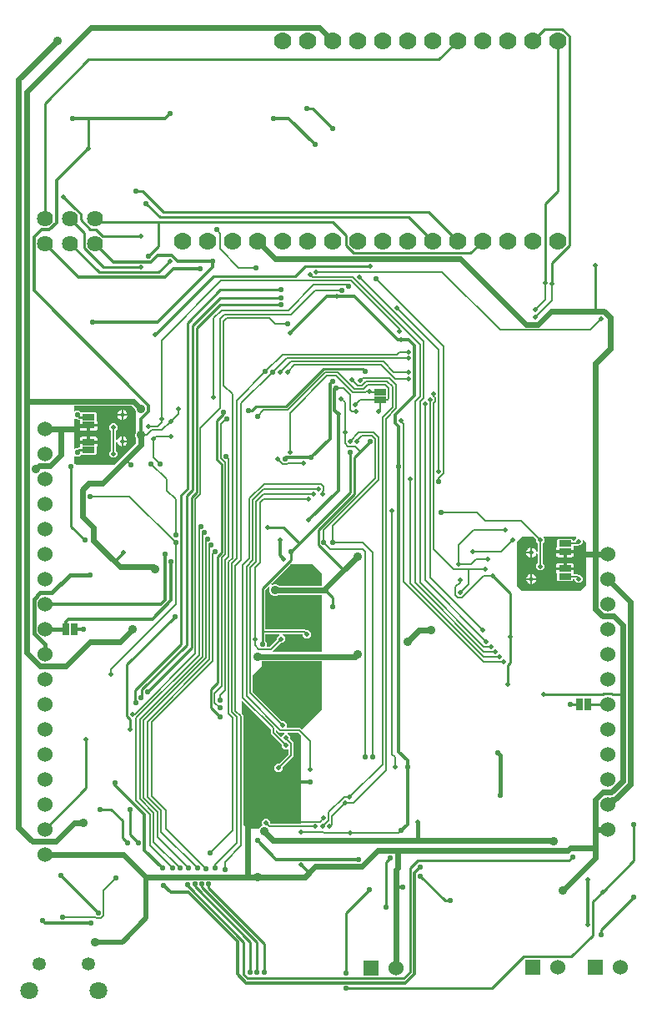
<source format=gbr>
G04 EAGLE Gerber X2 export*
%TF.Part,Single*%
%TF.FileFunction,Copper,L2,Bot,Mixed*%
%TF.FilePolarity,Positive*%
%TF.GenerationSoftware,Autodesk,EAGLE,9.2.1*%
%TF.CreationDate,2018-11-01T02:04:35Z*%
G75*
%MOMM*%
%FSLAX34Y34*%
%LPD*%
%INBottom Copper*%
%IPPOS*%
%AMOC8*
5,1,8,0,0,1.08239X$1,22.5*%
G01*
%ADD10C,0.508000*%
%ADD11R,1.270000X0.635000*%
%ADD12C,1.524000*%
%ADD13C,1.778000*%
%ADD14C,1.350000*%
%ADD15C,1.800000*%
%ADD16C,1.625600*%
%ADD17R,0.635000X1.270000*%
%ADD18R,1.524000X1.524000*%
%ADD19C,0.554000*%
%ADD20C,0.900000*%
%ADD21C,0.609600*%
%ADD22C,0.254000*%
%ADD23C,0.200000*%
%ADD24C,0.508000*%
%ADD25C,0.152400*%
%ADD26C,0.406400*%
%ADD27C,0.304800*%

G36*
X254977Y178328D02*
X254977Y178328D01*
X255094Y178345D01*
X255099Y178348D01*
X255106Y178349D01*
X255208Y178403D01*
X255313Y178456D01*
X255317Y178461D01*
X255323Y178464D01*
X255403Y178548D01*
X255485Y178632D01*
X255489Y178638D01*
X255492Y178642D01*
X255500Y178659D01*
X255566Y178779D01*
X255640Y178957D01*
X257335Y180652D01*
X258619Y181184D01*
X258658Y181208D01*
X258702Y181224D01*
X258762Y181272D01*
X258828Y181313D01*
X258858Y181349D01*
X258894Y181377D01*
X258936Y181443D01*
X258985Y181503D01*
X259002Y181546D01*
X259027Y181584D01*
X259046Y181660D01*
X259073Y181732D01*
X259075Y181778D01*
X259087Y181823D01*
X259081Y181900D01*
X259084Y181978D01*
X259071Y182022D01*
X259067Y182068D01*
X259037Y182140D01*
X259015Y182214D01*
X258989Y182252D01*
X258971Y182294D01*
X258886Y182401D01*
X258875Y182416D01*
X258871Y182419D01*
X258866Y182425D01*
X258825Y182466D01*
X258825Y185834D01*
X261206Y188215D01*
X264574Y188215D01*
X266955Y185834D01*
X266955Y183971D01*
X266969Y183881D01*
X266977Y183790D01*
X266989Y183760D01*
X266994Y183728D01*
X267037Y183648D01*
X267073Y183564D01*
X267099Y183532D01*
X267110Y183511D01*
X267133Y183489D01*
X267178Y183433D01*
X267324Y183286D01*
X267398Y183233D01*
X267467Y183174D01*
X267498Y183162D01*
X267524Y183143D01*
X267611Y183116D01*
X267696Y183082D01*
X267737Y183077D01*
X267759Y183071D01*
X267791Y183071D01*
X267862Y183063D01*
X296855Y183063D01*
X296945Y183078D01*
X297036Y183085D01*
X297066Y183098D01*
X297097Y183103D01*
X297178Y183146D01*
X297262Y183182D01*
X297294Y183207D01*
X297315Y183218D01*
X297337Y183242D01*
X297393Y183286D01*
X297718Y183612D01*
X297771Y183686D01*
X297831Y183755D01*
X297843Y183785D01*
X297862Y183811D01*
X297889Y183898D01*
X297923Y183983D01*
X297927Y184024D01*
X297934Y184047D01*
X297933Y184079D01*
X297941Y184150D01*
X297941Y272671D01*
X297927Y272761D01*
X297919Y272852D01*
X297907Y272882D01*
X297902Y272914D01*
X297859Y272995D01*
X297823Y273079D01*
X297797Y273111D01*
X297786Y273131D01*
X297763Y273154D01*
X297718Y273210D01*
X295530Y275398D01*
X295456Y275451D01*
X295386Y275511D01*
X295356Y275523D01*
X295330Y275542D01*
X295243Y275569D01*
X295158Y275603D01*
X295117Y275607D01*
X295095Y275614D01*
X295063Y275613D01*
X294991Y275621D01*
X285685Y275621D01*
X285614Y275610D01*
X285542Y275608D01*
X285494Y275590D01*
X285442Y275582D01*
X285379Y275548D01*
X285311Y275523D01*
X285271Y275491D01*
X285225Y275466D01*
X285175Y275414D01*
X285119Y275370D01*
X285091Y275326D01*
X285055Y275288D01*
X285025Y275223D01*
X284986Y275163D01*
X284974Y275112D01*
X284952Y275065D01*
X284944Y274994D01*
X284926Y274924D01*
X284930Y274872D01*
X284925Y274821D01*
X284940Y274750D01*
X284946Y274679D01*
X284966Y274631D01*
X284977Y274580D01*
X285014Y274519D01*
X285042Y274453D01*
X285087Y274397D01*
X285103Y274369D01*
X285121Y274354D01*
X285147Y274322D01*
X287275Y272194D01*
X287275Y269873D01*
X287289Y269783D01*
X287297Y269692D01*
X287309Y269662D01*
X287314Y269630D01*
X287357Y269549D01*
X287393Y269465D01*
X287419Y269433D01*
X287430Y269413D01*
X287453Y269390D01*
X287498Y269334D01*
X290799Y266033D01*
X290799Y251668D01*
X279878Y240747D01*
X279825Y240673D01*
X279765Y240604D01*
X279753Y240574D01*
X279734Y240547D01*
X279707Y240460D01*
X279673Y240376D01*
X279669Y240335D01*
X279662Y240312D01*
X279663Y240280D01*
X279655Y240209D01*
X279655Y238346D01*
X277274Y235965D01*
X273906Y235965D01*
X271525Y238346D01*
X271525Y241714D01*
X273906Y244095D01*
X275769Y244095D01*
X275859Y244109D01*
X275950Y244117D01*
X275980Y244129D01*
X276012Y244134D01*
X276092Y244177D01*
X276176Y244213D01*
X276208Y244239D01*
X276229Y244250D01*
X276251Y244273D01*
X276307Y244318D01*
X285526Y253537D01*
X285579Y253611D01*
X285639Y253680D01*
X285651Y253710D01*
X285670Y253737D01*
X285697Y253824D01*
X285731Y253908D01*
X285735Y253949D01*
X285742Y253972D01*
X285741Y254004D01*
X285749Y254075D01*
X285749Y258064D01*
X285746Y258084D01*
X285748Y258103D01*
X285726Y258205D01*
X285710Y258307D01*
X285700Y258324D01*
X285696Y258344D01*
X285643Y258433D01*
X285594Y258524D01*
X285580Y258538D01*
X285570Y258555D01*
X285491Y258622D01*
X285416Y258694D01*
X285398Y258702D01*
X285383Y258715D01*
X285287Y258754D01*
X285193Y258797D01*
X285173Y258799D01*
X285155Y258807D01*
X284988Y258825D01*
X281526Y258825D01*
X279145Y261206D01*
X279145Y263069D01*
X279131Y263159D01*
X279123Y263250D01*
X279111Y263280D01*
X279106Y263312D01*
X279063Y263392D01*
X279027Y263476D01*
X279001Y263508D01*
X278990Y263529D01*
X278967Y263551D01*
X278922Y263607D01*
X267539Y274990D01*
X267539Y279040D01*
X267525Y279130D01*
X267517Y279221D01*
X267505Y279250D01*
X267500Y279282D01*
X267457Y279363D01*
X267421Y279447D01*
X267395Y279479D01*
X267384Y279500D01*
X267361Y279522D01*
X267316Y279578D01*
X239298Y307596D01*
X239240Y307638D01*
X239188Y307687D01*
X239141Y307709D01*
X239099Y307739D01*
X239030Y307760D01*
X238965Y307791D01*
X238913Y307796D01*
X238863Y307812D01*
X238792Y307810D01*
X238721Y307818D01*
X238670Y307807D01*
X238618Y307805D01*
X238550Y307781D01*
X238480Y307766D01*
X238436Y307739D01*
X238387Y307721D01*
X238331Y307676D01*
X238269Y307639D01*
X238235Y307600D01*
X238195Y307567D01*
X238156Y307507D01*
X238109Y307452D01*
X238090Y307404D01*
X238062Y307360D01*
X238044Y307291D01*
X238017Y307224D01*
X238009Y307153D01*
X238001Y307122D01*
X238003Y307098D01*
X237999Y307058D01*
X237999Y295749D01*
X238014Y295659D01*
X238021Y295568D01*
X238033Y295538D01*
X238039Y295506D01*
X238081Y295426D01*
X238117Y295342D01*
X238143Y295310D01*
X238154Y295289D01*
X238177Y295267D01*
X238222Y295211D01*
X240144Y293289D01*
X240144Y182005D01*
X240158Y181915D01*
X240165Y181824D01*
X240178Y181794D01*
X240183Y181762D01*
X240226Y181682D01*
X240262Y181598D01*
X240287Y181566D01*
X240298Y181545D01*
X240322Y181523D01*
X240366Y181467D01*
X243302Y178532D01*
X243376Y178479D01*
X243445Y178419D01*
X243475Y178407D01*
X243501Y178388D01*
X243589Y178361D01*
X243673Y178327D01*
X243714Y178323D01*
X243737Y178316D01*
X243769Y178317D01*
X243840Y178309D01*
X254863Y178309D01*
X254977Y178328D01*
G37*
G36*
X299136Y279297D02*
X299136Y279297D01*
X299240Y279300D01*
X299259Y279307D01*
X299279Y279308D01*
X299373Y279349D01*
X299471Y279384D01*
X299487Y279397D01*
X299505Y279405D01*
X299636Y279509D01*
X319308Y299182D01*
X319361Y299256D01*
X319421Y299325D01*
X319433Y299355D01*
X319452Y299381D01*
X319479Y299468D01*
X319513Y299553D01*
X319517Y299594D01*
X319524Y299617D01*
X319523Y299649D01*
X319531Y299720D01*
X319531Y347726D01*
X319528Y347746D01*
X319530Y347765D01*
X319508Y347867D01*
X319492Y347969D01*
X319482Y347986D01*
X319478Y348006D01*
X319425Y348095D01*
X319376Y348186D01*
X319362Y348200D01*
X319352Y348217D01*
X319273Y348284D01*
X319198Y348356D01*
X319180Y348364D01*
X319165Y348377D01*
X319069Y348416D01*
X318975Y348459D01*
X318955Y348461D01*
X318937Y348469D01*
X318770Y348487D01*
X259080Y348487D01*
X259060Y348484D01*
X259041Y348486D01*
X258939Y348464D01*
X258837Y348448D01*
X258820Y348438D01*
X258800Y348434D01*
X258711Y348381D01*
X258620Y348332D01*
X258606Y348318D01*
X258589Y348308D01*
X258522Y348229D01*
X258451Y348154D01*
X258442Y348136D01*
X258429Y348121D01*
X258390Y348025D01*
X258347Y347931D01*
X258345Y347911D01*
X258337Y347893D01*
X258319Y347726D01*
X258319Y343215D01*
X249144Y334040D01*
X249091Y333966D01*
X249031Y333897D01*
X249019Y333867D01*
X249000Y333841D01*
X248973Y333754D01*
X248939Y333669D01*
X248935Y333628D01*
X248928Y333605D01*
X248929Y333573D01*
X248921Y333502D01*
X248921Y317802D01*
X248935Y317712D01*
X248943Y317621D01*
X248955Y317591D01*
X248960Y317559D01*
X249003Y317478D01*
X249039Y317394D01*
X249065Y317362D01*
X249076Y317342D01*
X249099Y317319D01*
X249144Y317263D01*
X278909Y287498D01*
X278983Y287445D01*
X279053Y287385D01*
X279083Y287373D01*
X279109Y287354D01*
X279196Y287327D01*
X279281Y287293D01*
X279322Y287289D01*
X279344Y287282D01*
X279376Y287283D01*
X279448Y287275D01*
X281084Y287275D01*
X283465Y284894D01*
X283465Y281432D01*
X283468Y281412D01*
X283466Y281393D01*
X283488Y281291D01*
X283504Y281189D01*
X283514Y281172D01*
X283518Y281152D01*
X283571Y281063D01*
X283620Y280972D01*
X283634Y280958D01*
X283644Y280941D01*
X283723Y280874D01*
X283798Y280802D01*
X283816Y280794D01*
X283831Y280781D01*
X283927Y280742D01*
X284021Y280699D01*
X284041Y280697D01*
X284059Y280689D01*
X284226Y280671D01*
X297398Y280671D01*
X298559Y279509D01*
X298576Y279498D01*
X298588Y279482D01*
X298675Y279426D01*
X298759Y279366D01*
X298778Y279360D01*
X298795Y279349D01*
X298896Y279324D01*
X298994Y279294D01*
X299014Y279294D01*
X299034Y279289D01*
X299136Y279297D01*
G37*
G36*
X581830Y419624D02*
X581830Y419624D01*
X581921Y419631D01*
X581951Y419643D01*
X581983Y419649D01*
X582063Y419691D01*
X582147Y419727D01*
X582179Y419753D01*
X582200Y419764D01*
X582222Y419787D01*
X582278Y419832D01*
X587278Y424832D01*
X587331Y424906D01*
X587391Y424975D01*
X587403Y425005D01*
X587422Y425031D01*
X587449Y425118D01*
X587483Y425203D01*
X587487Y425244D01*
X587494Y425267D01*
X587493Y425299D01*
X587501Y425370D01*
X587501Y468710D01*
X587487Y468800D01*
X587479Y468891D01*
X587467Y468921D01*
X587462Y468953D01*
X587419Y469033D01*
X587383Y469117D01*
X587357Y469150D01*
X587346Y469170D01*
X587323Y469192D01*
X587278Y469248D01*
X585754Y470772D01*
X585696Y470814D01*
X585644Y470864D01*
X585597Y470885D01*
X585555Y470916D01*
X585486Y470937D01*
X585421Y470967D01*
X585369Y470973D01*
X585319Y470988D01*
X585248Y470986D01*
X585177Y470994D01*
X585126Y470983D01*
X585074Y470982D01*
X585006Y470957D01*
X584936Y470942D01*
X584891Y470915D01*
X584843Y470897D01*
X584787Y470853D01*
X584725Y470816D01*
X584691Y470776D01*
X584651Y470744D01*
X584612Y470683D01*
X584565Y470629D01*
X584546Y470581D01*
X584518Y470537D01*
X584500Y470467D01*
X584473Y470401D01*
X584465Y470329D01*
X584457Y470298D01*
X584459Y470275D01*
X584455Y470234D01*
X584455Y468216D01*
X582074Y465835D01*
X580211Y465835D01*
X580121Y465821D01*
X580030Y465813D01*
X580000Y465801D01*
X579968Y465796D01*
X579888Y465753D01*
X579804Y465717D01*
X579772Y465691D01*
X579751Y465680D01*
X579729Y465657D01*
X579673Y465612D01*
X579150Y465089D01*
X575620Y465089D01*
X575526Y465074D01*
X575431Y465065D01*
X575405Y465054D01*
X575378Y465050D01*
X575293Y465005D01*
X575206Y464967D01*
X575185Y464948D01*
X575160Y464934D01*
X575095Y464865D01*
X575024Y464801D01*
X575010Y464777D01*
X574991Y464756D01*
X574951Y464670D01*
X574904Y464586D01*
X574899Y464559D01*
X574887Y464533D01*
X574877Y464438D01*
X574859Y464345D01*
X574863Y464317D01*
X574860Y464289D01*
X574880Y464195D01*
X574894Y464101D01*
X574908Y464069D01*
X574912Y464048D01*
X574929Y464020D01*
X574961Y463947D01*
X575138Y463642D01*
X575311Y462995D01*
X575311Y461009D01*
X567182Y461009D01*
X567162Y461006D01*
X567143Y461008D01*
X567041Y460986D01*
X566939Y460969D01*
X566922Y460960D01*
X566902Y460956D01*
X566813Y460903D01*
X566722Y460854D01*
X566708Y460840D01*
X566691Y460830D01*
X566624Y460751D01*
X566553Y460676D01*
X566544Y460658D01*
X566531Y460643D01*
X566492Y460547D01*
X566449Y460453D01*
X566447Y460433D01*
X566439Y460415D01*
X566421Y460248D01*
X566421Y459485D01*
X566419Y459485D01*
X566419Y460248D01*
X566416Y460268D01*
X566418Y460287D01*
X566396Y460389D01*
X566379Y460491D01*
X566370Y460508D01*
X566366Y460528D01*
X566313Y460617D01*
X566264Y460708D01*
X566250Y460722D01*
X566240Y460739D01*
X566161Y460806D01*
X566086Y460877D01*
X566068Y460886D01*
X566053Y460899D01*
X565957Y460938D01*
X565863Y460981D01*
X565843Y460983D01*
X565825Y460991D01*
X565658Y461009D01*
X557529Y461009D01*
X557529Y462995D01*
X557702Y463642D01*
X558037Y464221D01*
X558322Y464506D01*
X558375Y464580D01*
X558435Y464650D01*
X558447Y464680D01*
X558466Y464706D01*
X558492Y464793D01*
X558527Y464878D01*
X558531Y464919D01*
X558538Y464941D01*
X558537Y464973D01*
X558545Y465045D01*
X558545Y471421D01*
X559438Y472314D01*
X573402Y472314D01*
X574295Y471421D01*
X574295Y470900D01*
X574298Y470880D01*
X574296Y470861D01*
X574318Y470759D01*
X574334Y470657D01*
X574344Y470640D01*
X574348Y470620D01*
X574401Y470531D01*
X574450Y470440D01*
X574464Y470426D01*
X574474Y470409D01*
X574553Y470342D01*
X574628Y470270D01*
X574646Y470262D01*
X574661Y470249D01*
X574757Y470210D01*
X574851Y470167D01*
X574871Y470165D01*
X574889Y470157D01*
X575056Y470139D01*
X575564Y470139D01*
X575584Y470142D01*
X575603Y470140D01*
X575705Y470162D01*
X575807Y470178D01*
X575824Y470188D01*
X575844Y470192D01*
X575933Y470245D01*
X576024Y470294D01*
X576038Y470308D01*
X576055Y470318D01*
X576122Y470397D01*
X576194Y470472D01*
X576202Y470490D01*
X576215Y470505D01*
X576254Y470601D01*
X576297Y470695D01*
X576299Y470715D01*
X576307Y470733D01*
X576325Y470900D01*
X576325Y471584D01*
X577913Y473172D01*
X577955Y473230D01*
X578005Y473282D01*
X578027Y473329D01*
X578057Y473371D01*
X578078Y473440D01*
X578108Y473505D01*
X578114Y473557D01*
X578129Y473607D01*
X578127Y473678D01*
X578135Y473749D01*
X578124Y473800D01*
X578123Y473852D01*
X578098Y473920D01*
X578083Y473990D01*
X578056Y474034D01*
X578038Y474083D01*
X577994Y474139D01*
X577957Y474201D01*
X577917Y474235D01*
X577885Y474275D01*
X577824Y474314D01*
X577770Y474361D01*
X577722Y474380D01*
X577678Y474408D01*
X577608Y474426D01*
X577542Y474453D01*
X577470Y474461D01*
X577439Y474469D01*
X577416Y474467D01*
X577375Y474471D01*
X545305Y474471D01*
X545234Y474460D01*
X545163Y474458D01*
X545114Y474440D01*
X545062Y474432D01*
X544999Y474398D01*
X544932Y474373D01*
X544891Y474341D01*
X544845Y474316D01*
X544796Y474265D01*
X544739Y474220D01*
X544711Y474176D01*
X544675Y474138D01*
X544645Y474073D01*
X544606Y474013D01*
X544594Y473962D01*
X544572Y473915D01*
X544564Y473844D01*
X544546Y473774D01*
X544550Y473722D01*
X544545Y473671D01*
X544560Y473600D01*
X544566Y473529D01*
X544586Y473481D01*
X544597Y473430D01*
X544634Y473369D01*
X544662Y473303D01*
X544707Y473247D01*
X544723Y473219D01*
X544741Y473204D01*
X544767Y473172D01*
X545085Y472854D01*
X545085Y469486D01*
X543768Y468169D01*
X543715Y468095D01*
X543655Y468026D01*
X543643Y467996D01*
X543624Y467970D01*
X543597Y467883D01*
X543563Y467798D01*
X543559Y467757D01*
X543552Y467734D01*
X543553Y467702D01*
X543545Y467631D01*
X543545Y448039D01*
X543559Y447949D01*
X543567Y447858D01*
X543579Y447828D01*
X543584Y447796D01*
X543627Y447716D01*
X543663Y447632D01*
X543689Y447600D01*
X543700Y447579D01*
X543723Y447557D01*
X543768Y447501D01*
X545085Y446184D01*
X545085Y442816D01*
X542704Y440435D01*
X539336Y440435D01*
X536955Y442816D01*
X536955Y446184D01*
X538272Y447501D01*
X538325Y447575D01*
X538385Y447644D01*
X538397Y447674D01*
X538416Y447700D01*
X538443Y447787D01*
X538477Y447872D01*
X538481Y447913D01*
X538488Y447936D01*
X538487Y447968D01*
X538495Y448039D01*
X538495Y456733D01*
X538480Y456830D01*
X538470Y456927D01*
X538460Y456950D01*
X538456Y456976D01*
X538410Y457062D01*
X538370Y457151D01*
X538353Y457171D01*
X538340Y457194D01*
X538270Y457261D01*
X538204Y457332D01*
X538181Y457345D01*
X538162Y457363D01*
X538074Y457404D01*
X537988Y457451D01*
X537963Y457456D01*
X537939Y457467D01*
X537842Y457477D01*
X537746Y457495D01*
X537720Y457491D01*
X537695Y457494D01*
X537600Y457473D01*
X537503Y457459D01*
X537480Y457447D01*
X537454Y457441D01*
X537370Y457391D01*
X537284Y457347D01*
X537266Y457329D01*
X537243Y457315D01*
X537180Y457241D01*
X537112Y457172D01*
X537096Y457143D01*
X537083Y457128D01*
X537071Y457098D01*
X537031Y457025D01*
X536632Y456063D01*
X536076Y455231D01*
X535369Y454524D01*
X534537Y453968D01*
X533612Y453585D01*
X532891Y453441D01*
X532891Y458470D01*
X532891Y463499D01*
X533612Y463355D01*
X534537Y462972D01*
X535369Y462416D01*
X536076Y461709D01*
X536632Y460877D01*
X537031Y459915D01*
X537082Y459832D01*
X537128Y459746D01*
X537147Y459728D01*
X537160Y459706D01*
X537235Y459644D01*
X537306Y459577D01*
X537330Y459566D01*
X537350Y459549D01*
X537441Y459514D01*
X537529Y459473D01*
X537555Y459471D01*
X537579Y459461D01*
X537677Y459457D01*
X537773Y459446D01*
X537799Y459452D01*
X537825Y459451D01*
X537919Y459478D01*
X538014Y459499D01*
X538036Y459512D01*
X538061Y459519D01*
X538141Y459575D01*
X538225Y459625D01*
X538242Y459645D01*
X538263Y459660D01*
X538322Y459738D01*
X538385Y459812D01*
X538395Y459836D01*
X538410Y459857D01*
X538440Y459949D01*
X538477Y460040D01*
X538480Y460072D01*
X538486Y460091D01*
X538486Y460124D01*
X538495Y460207D01*
X538495Y467631D01*
X538481Y467721D01*
X538473Y467812D01*
X538461Y467842D01*
X538456Y467874D01*
X538413Y467954D01*
X538377Y468038D01*
X538351Y468070D01*
X538340Y468091D01*
X538317Y468113D01*
X538272Y468169D01*
X536955Y469486D01*
X536955Y471349D01*
X536941Y471439D01*
X536933Y471530D01*
X536921Y471560D01*
X536916Y471592D01*
X536873Y471672D01*
X536837Y471756D01*
X536811Y471788D01*
X536800Y471809D01*
X536777Y471831D01*
X536753Y471862D01*
X536751Y471865D01*
X536749Y471866D01*
X536732Y471887D01*
X534371Y474248D01*
X534297Y474301D01*
X534228Y474361D01*
X534198Y474373D01*
X534171Y474392D01*
X534084Y474419D01*
X534000Y474453D01*
X533959Y474457D01*
X533936Y474464D01*
X533904Y474463D01*
X533833Y474471D01*
X523160Y474471D01*
X523070Y474457D01*
X522979Y474449D01*
X522949Y474437D01*
X522917Y474432D01*
X522837Y474389D01*
X522753Y474353D01*
X522721Y474327D01*
X522700Y474316D01*
X522678Y474293D01*
X522622Y474248D01*
X517622Y469248D01*
X517569Y469174D01*
X517509Y469105D01*
X517497Y469075D01*
X517478Y469049D01*
X517451Y468962D01*
X517417Y468877D01*
X517413Y468836D01*
X517406Y468813D01*
X517407Y468781D01*
X517399Y468710D01*
X517399Y425370D01*
X517414Y425280D01*
X517421Y425189D01*
X517433Y425159D01*
X517439Y425127D01*
X517481Y425047D01*
X517517Y424963D01*
X517543Y424931D01*
X517554Y424910D01*
X517577Y424888D01*
X517622Y424832D01*
X522622Y419832D01*
X522696Y419779D01*
X522765Y419719D01*
X522795Y419707D01*
X522821Y419688D01*
X522908Y419661D01*
X522993Y419627D01*
X523034Y419623D01*
X523057Y419616D01*
X523089Y419617D01*
X523160Y419609D01*
X581740Y419609D01*
X581830Y419624D01*
G37*
G36*
X109387Y547894D02*
X109387Y547894D01*
X109478Y547901D01*
X109507Y547913D01*
X109539Y547919D01*
X109620Y547961D01*
X109704Y547997D01*
X109736Y548023D01*
X109757Y548034D01*
X109779Y548057D01*
X109835Y548102D01*
X115854Y554121D01*
X130078Y568345D01*
X130131Y568419D01*
X130191Y568489D01*
X130203Y568519D01*
X130222Y568545D01*
X130249Y568632D01*
X130283Y568717D01*
X130287Y568758D01*
X130294Y568780D01*
X130293Y568812D01*
X130301Y568883D01*
X130301Y575448D01*
X130291Y575512D01*
X130290Y575578D01*
X130267Y575658D01*
X130262Y575690D01*
X130252Y575708D01*
X130243Y575739D01*
X129865Y576652D01*
X129865Y579048D01*
X130243Y579961D01*
X130258Y580025D01*
X130283Y580086D01*
X130292Y580168D01*
X130299Y580200D01*
X130298Y580220D01*
X130301Y580252D01*
X130301Y602118D01*
X130291Y602182D01*
X130290Y602248D01*
X130267Y602328D01*
X130262Y602360D01*
X130252Y602378D01*
X130243Y602409D01*
X129865Y603322D01*
X129865Y603763D01*
X129851Y603853D01*
X129843Y603944D01*
X129831Y603973D01*
X129826Y604005D01*
X129783Y604086D01*
X129747Y604170D01*
X129721Y604202D01*
X129710Y604223D01*
X129687Y604245D01*
X129642Y604301D01*
X126599Y607344D01*
X126525Y607397D01*
X126455Y607457D01*
X126425Y607469D01*
X126399Y607488D01*
X126312Y607515D01*
X126227Y607549D01*
X126186Y607553D01*
X126164Y607560D01*
X126132Y607559D01*
X126061Y607567D01*
X68580Y607567D01*
X68560Y607564D01*
X68541Y607566D01*
X68439Y607544D01*
X68337Y607528D01*
X68320Y607518D01*
X68300Y607514D01*
X68211Y607461D01*
X68120Y607412D01*
X68106Y607398D01*
X68089Y607388D01*
X68022Y607309D01*
X67951Y607234D01*
X67942Y607216D01*
X67929Y607201D01*
X67890Y607105D01*
X67847Y607011D01*
X67845Y606991D01*
X67837Y606973D01*
X67819Y606806D01*
X67819Y602780D01*
X67830Y602710D01*
X67832Y602638D01*
X67850Y602589D01*
X67859Y602537D01*
X67892Y602474D01*
X67917Y602407D01*
X67949Y602366D01*
X67974Y602320D01*
X68026Y602271D01*
X68070Y602215D01*
X68114Y602187D01*
X68152Y602151D01*
X68217Y602121D01*
X68277Y602082D01*
X68328Y602069D01*
X68375Y602047D01*
X68446Y602039D01*
X68516Y602022D01*
X68568Y602026D01*
X68619Y602020D01*
X68690Y602035D01*
X68761Y602041D01*
X68809Y602061D01*
X68860Y602072D01*
X68921Y602109D01*
X68987Y602137D01*
X69043Y602182D01*
X69071Y602198D01*
X69086Y602216D01*
X69118Y602242D01*
X69341Y602465D01*
X72899Y602465D01*
X74636Y600728D01*
X74652Y600716D01*
X74665Y600700D01*
X74752Y600644D01*
X74836Y600584D01*
X74855Y600578D01*
X74872Y600568D01*
X74972Y600542D01*
X75071Y600512D01*
X75091Y600512D01*
X75110Y600507D01*
X75213Y600516D01*
X75317Y600518D01*
X75335Y600525D01*
X75355Y600527D01*
X75450Y600567D01*
X75496Y600584D01*
X89532Y600584D01*
X90425Y599691D01*
X90425Y593315D01*
X90439Y593225D01*
X90447Y593134D01*
X90459Y593104D01*
X90464Y593072D01*
X90507Y592991D01*
X90543Y592907D01*
X90569Y592875D01*
X90580Y592855D01*
X90603Y592832D01*
X90648Y592776D01*
X90933Y592491D01*
X91268Y591912D01*
X91441Y591265D01*
X91441Y589279D01*
X83312Y589279D01*
X83292Y589276D01*
X83273Y589278D01*
X83171Y589256D01*
X83069Y589239D01*
X83052Y589230D01*
X83032Y589226D01*
X82943Y589173D01*
X82852Y589124D01*
X82838Y589110D01*
X82821Y589100D01*
X82754Y589021D01*
X82683Y588946D01*
X82674Y588928D01*
X82661Y588913D01*
X82622Y588817D01*
X82579Y588723D01*
X82577Y588703D01*
X82569Y588685D01*
X82551Y588518D01*
X82551Y587755D01*
X82549Y587755D01*
X82549Y588518D01*
X82546Y588538D01*
X82548Y588557D01*
X82526Y588659D01*
X82509Y588761D01*
X82500Y588778D01*
X82496Y588798D01*
X82443Y588887D01*
X82394Y588978D01*
X82380Y588992D01*
X82370Y589009D01*
X82291Y589076D01*
X82216Y589147D01*
X82198Y589156D01*
X82183Y589169D01*
X82087Y589208D01*
X81993Y589251D01*
X81973Y589253D01*
X81955Y589261D01*
X81788Y589279D01*
X73659Y589279D01*
X73659Y591265D01*
X73832Y591912D01*
X73853Y591947D01*
X73887Y592037D01*
X73927Y592123D01*
X73930Y592151D01*
X73940Y592177D01*
X73944Y592273D01*
X73954Y592367D01*
X73948Y592395D01*
X73949Y592423D01*
X73922Y592515D01*
X73902Y592608D01*
X73887Y592632D01*
X73879Y592659D01*
X73824Y592737D01*
X73776Y592819D01*
X73754Y592837D01*
X73738Y592860D01*
X73661Y592917D01*
X73589Y592979D01*
X73562Y592989D01*
X73540Y593006D01*
X73449Y593035D01*
X73361Y593071D01*
X73325Y593075D01*
X73306Y593081D01*
X73273Y593081D01*
X73194Y593089D01*
X72248Y593089D01*
X71685Y593652D01*
X71611Y593705D01*
X71542Y593765D01*
X71512Y593777D01*
X71486Y593796D01*
X71399Y593823D01*
X71314Y593857D01*
X71273Y593861D01*
X71251Y593868D01*
X71218Y593867D01*
X71147Y593875D01*
X69341Y593875D01*
X69118Y594098D01*
X69060Y594140D01*
X69008Y594189D01*
X68988Y594199D01*
X68981Y594205D01*
X68956Y594215D01*
X68919Y594242D01*
X68850Y594263D01*
X68785Y594293D01*
X68753Y594296D01*
X68753Y594297D01*
X68733Y594299D01*
X68684Y594314D01*
X68612Y594312D01*
X68586Y594315D01*
X68585Y594315D01*
X68541Y594320D01*
X68490Y594309D01*
X68438Y594308D01*
X68370Y594283D01*
X68300Y594268D01*
X68255Y594241D01*
X68207Y594223D01*
X68151Y594178D01*
X68123Y594162D01*
X68120Y594160D01*
X68119Y594160D01*
X68089Y594142D01*
X68055Y594102D01*
X68015Y594069D01*
X67976Y594009D01*
X67970Y594002D01*
X67951Y593982D01*
X67948Y593977D01*
X67929Y593955D01*
X67910Y593906D01*
X67882Y593863D01*
X67866Y593799D01*
X67847Y593759D01*
X67846Y593747D01*
X67837Y593726D01*
X67829Y593655D01*
X67821Y593624D01*
X67823Y593601D01*
X67819Y593560D01*
X67819Y564680D01*
X67830Y564610D01*
X67832Y564538D01*
X67850Y564489D01*
X67859Y564437D01*
X67892Y564374D01*
X67917Y564307D01*
X67949Y564266D01*
X67974Y564220D01*
X68026Y564171D01*
X68070Y564115D01*
X68114Y564087D01*
X68152Y564051D01*
X68217Y564021D01*
X68277Y563982D01*
X68328Y563969D01*
X68375Y563947D01*
X68446Y563939D01*
X68516Y563922D01*
X68568Y563926D01*
X68619Y563920D01*
X68690Y563935D01*
X68761Y563941D01*
X68809Y563961D01*
X68860Y563972D01*
X68921Y564009D01*
X68987Y564037D01*
X69043Y564082D01*
X69071Y564098D01*
X69086Y564116D01*
X69118Y564142D01*
X69341Y564365D01*
X71147Y564365D01*
X71237Y564379D01*
X71328Y564387D01*
X71358Y564399D01*
X71390Y564404D01*
X71470Y564447D01*
X71554Y564483D01*
X71586Y564509D01*
X71607Y564520D01*
X71629Y564543D01*
X71685Y564588D01*
X72248Y565151D01*
X73194Y565151D01*
X73288Y565166D01*
X73383Y565175D01*
X73409Y565186D01*
X73437Y565190D01*
X73521Y565235D01*
X73608Y565273D01*
X73629Y565292D01*
X73654Y565306D01*
X73719Y565375D01*
X73790Y565439D01*
X73804Y565463D01*
X73823Y565484D01*
X73864Y565571D01*
X73910Y565654D01*
X73915Y565681D01*
X73927Y565707D01*
X73937Y565802D01*
X73955Y565896D01*
X73951Y565923D01*
X73954Y565951D01*
X73934Y566045D01*
X73920Y566139D01*
X73906Y566171D01*
X73902Y566192D01*
X73885Y566220D01*
X73853Y566293D01*
X73832Y566328D01*
X73659Y566975D01*
X73659Y568961D01*
X81788Y568961D01*
X81808Y568964D01*
X81827Y568962D01*
X81929Y568984D01*
X82031Y569001D01*
X82048Y569010D01*
X82068Y569014D01*
X82157Y569067D01*
X82248Y569116D01*
X82262Y569130D01*
X82279Y569140D01*
X82346Y569219D01*
X82417Y569294D01*
X82426Y569312D01*
X82439Y569327D01*
X82478Y569423D01*
X82521Y569517D01*
X82523Y569537D01*
X82531Y569555D01*
X82549Y569722D01*
X82549Y570485D01*
X82551Y570485D01*
X82551Y569722D01*
X82554Y569702D01*
X82552Y569683D01*
X82574Y569581D01*
X82591Y569479D01*
X82600Y569462D01*
X82604Y569442D01*
X82657Y569353D01*
X82706Y569262D01*
X82720Y569248D01*
X82730Y569231D01*
X82809Y569164D01*
X82884Y569093D01*
X82902Y569084D01*
X82917Y569071D01*
X83013Y569032D01*
X83107Y568989D01*
X83127Y568987D01*
X83145Y568979D01*
X83312Y568961D01*
X91441Y568961D01*
X91441Y566975D01*
X91268Y566328D01*
X90933Y565749D01*
X90648Y565464D01*
X90595Y565390D01*
X90535Y565320D01*
X90523Y565290D01*
X90504Y565264D01*
X90477Y565177D01*
X90443Y565092D01*
X90439Y565051D01*
X90432Y565029D01*
X90433Y564997D01*
X90425Y564925D01*
X90425Y558549D01*
X89532Y557656D01*
X75511Y557656D01*
X75494Y557662D01*
X75477Y557672D01*
X75376Y557698D01*
X75278Y557728D01*
X75258Y557728D01*
X75238Y557732D01*
X75135Y557724D01*
X75032Y557722D01*
X75013Y557715D01*
X74993Y557713D01*
X74898Y557673D01*
X74801Y557637D01*
X74785Y557625D01*
X74767Y557617D01*
X74636Y557512D01*
X72899Y555775D01*
X69341Y555775D01*
X69118Y555998D01*
X69060Y556040D01*
X69008Y556089D01*
X68961Y556111D01*
X68919Y556142D01*
X68850Y556163D01*
X68785Y556193D01*
X68733Y556199D01*
X68684Y556214D01*
X68612Y556212D01*
X68541Y556220D01*
X68490Y556209D01*
X68438Y556208D01*
X68370Y556183D01*
X68300Y556168D01*
X68255Y556141D01*
X68207Y556123D01*
X68151Y556078D01*
X68089Y556042D01*
X68055Y556002D01*
X68015Y555969D01*
X67976Y555909D01*
X67929Y555855D01*
X67910Y555806D01*
X67882Y555763D01*
X67864Y555693D01*
X67837Y555626D01*
X67829Y555555D01*
X67821Y555524D01*
X67823Y555501D01*
X67819Y555460D01*
X67819Y549663D01*
X67834Y549573D01*
X67841Y549482D01*
X67853Y549453D01*
X67859Y549421D01*
X67901Y549340D01*
X67937Y549256D01*
X67963Y549224D01*
X67974Y549203D01*
X67997Y549181D01*
X68042Y549125D01*
X69065Y548102D01*
X69139Y548049D01*
X69209Y547989D01*
X69239Y547977D01*
X69265Y547958D01*
X69352Y547931D01*
X69437Y547897D01*
X69478Y547893D01*
X69500Y547886D01*
X69532Y547887D01*
X69603Y547879D01*
X109297Y547879D01*
X109387Y547894D01*
G37*
G36*
X318790Y357636D02*
X318790Y357636D01*
X318809Y357634D01*
X318911Y357656D01*
X319013Y357672D01*
X319030Y357682D01*
X319050Y357686D01*
X319139Y357739D01*
X319230Y357788D01*
X319244Y357802D01*
X319261Y357812D01*
X319328Y357891D01*
X319400Y357966D01*
X319408Y357984D01*
X319421Y357999D01*
X319460Y358095D01*
X319503Y358189D01*
X319505Y358209D01*
X319513Y358227D01*
X319531Y358394D01*
X319531Y415036D01*
X319528Y415056D01*
X319530Y415075D01*
X319508Y415177D01*
X319492Y415279D01*
X319482Y415296D01*
X319478Y415316D01*
X319425Y415405D01*
X319376Y415496D01*
X319362Y415510D01*
X319352Y415527D01*
X319273Y415594D01*
X319198Y415666D01*
X319180Y415674D01*
X319165Y415687D01*
X319069Y415726D01*
X318975Y415769D01*
X318955Y415771D01*
X318937Y415779D01*
X318770Y415797D01*
X276043Y415797D01*
X275953Y415783D01*
X275862Y415775D01*
X275832Y415763D01*
X275800Y415758D01*
X275719Y415715D01*
X275636Y415679D01*
X275603Y415653D01*
X275583Y415642D01*
X275561Y415619D01*
X275505Y415574D01*
X275193Y415262D01*
X272978Y414345D01*
X270582Y414345D01*
X268367Y415262D01*
X266672Y416957D01*
X265755Y419172D01*
X265755Y421568D01*
X266361Y423030D01*
X266383Y423125D01*
X266412Y423218D01*
X266411Y423245D01*
X266417Y423270D01*
X266408Y423367D01*
X266405Y423464D01*
X266396Y423489D01*
X266394Y423515D01*
X266354Y423604D01*
X266321Y423695D01*
X266305Y423716D01*
X266294Y423740D01*
X266228Y423811D01*
X266167Y423887D01*
X266145Y423901D01*
X266128Y423921D01*
X266042Y423968D01*
X265960Y424020D01*
X265935Y424027D01*
X265912Y424039D01*
X265816Y424057D01*
X265722Y424080D01*
X265696Y424078D01*
X265670Y424083D01*
X265573Y424069D01*
X265477Y424061D01*
X265453Y424051D01*
X265427Y424047D01*
X265340Y424003D01*
X265250Y423965D01*
X265225Y423945D01*
X265207Y423936D01*
X265184Y423912D01*
X265119Y423860D01*
X262098Y420838D01*
X262045Y420765D01*
X261985Y420695D01*
X261973Y420665D01*
X261954Y420639D01*
X261927Y420552D01*
X261893Y420467D01*
X261889Y420426D01*
X261882Y420404D01*
X261883Y420371D01*
X261875Y420300D01*
X261875Y381746D01*
X261878Y381726D01*
X261876Y381707D01*
X261898Y381605D01*
X261914Y381503D01*
X261924Y381486D01*
X261928Y381466D01*
X261981Y381377D01*
X262030Y381286D01*
X262044Y381272D01*
X262054Y381255D01*
X262133Y381188D01*
X262208Y381116D01*
X262226Y381108D01*
X262241Y381095D01*
X262337Y381056D01*
X262431Y381013D01*
X262451Y381011D01*
X262469Y381003D01*
X262636Y380985D01*
X302458Y380985D01*
X303679Y379764D01*
X303753Y379711D01*
X303822Y379651D01*
X303852Y379639D01*
X303879Y379620D01*
X303966Y379593D01*
X304050Y379559D01*
X304091Y379555D01*
X304114Y379548D01*
X304146Y379549D01*
X304217Y379541D01*
X306080Y379541D01*
X308461Y377160D01*
X308461Y373792D01*
X306080Y371411D01*
X302712Y371411D01*
X300331Y373792D01*
X300331Y375174D01*
X300328Y375194D01*
X300330Y375213D01*
X300308Y375315D01*
X300292Y375417D01*
X300282Y375434D01*
X300278Y375454D01*
X300225Y375543D01*
X300176Y375634D01*
X300162Y375648D01*
X300152Y375665D01*
X300073Y375732D01*
X299998Y375804D01*
X299980Y375812D01*
X299965Y375825D01*
X299869Y375864D01*
X299775Y375907D01*
X299755Y375909D01*
X299737Y375917D01*
X299570Y375935D01*
X280621Y375935D01*
X280550Y375924D01*
X280478Y375922D01*
X280430Y375904D01*
X280378Y375896D01*
X280315Y375862D01*
X280247Y375837D01*
X280207Y375805D01*
X280161Y375780D01*
X280111Y375728D01*
X280055Y375684D01*
X280027Y375640D01*
X279991Y375602D01*
X279961Y375537D01*
X279922Y375477D01*
X279910Y375426D01*
X279888Y375379D01*
X279880Y375308D01*
X279862Y375238D01*
X279866Y375186D01*
X279861Y375135D01*
X279876Y375064D01*
X279882Y374993D01*
X279902Y374945D01*
X279913Y374894D01*
X279950Y374833D01*
X279978Y374767D01*
X280023Y374711D01*
X280039Y374683D01*
X280057Y374668D01*
X280083Y374636D01*
X282195Y372524D01*
X282195Y369156D01*
X279814Y366775D01*
X277951Y366775D01*
X277861Y366761D01*
X277770Y366753D01*
X277740Y366741D01*
X277708Y366736D01*
X277628Y366693D01*
X277544Y366657D01*
X277512Y366631D01*
X277491Y366620D01*
X277469Y366597D01*
X277413Y366552D01*
X270504Y359643D01*
X269793Y358932D01*
X269751Y358874D01*
X269702Y358822D01*
X269680Y358775D01*
X269649Y358733D01*
X269628Y358664D01*
X269598Y358599D01*
X269592Y358547D01*
X269577Y358497D01*
X269579Y358426D01*
X269571Y358355D01*
X269582Y358304D01*
X269583Y358252D01*
X269608Y358184D01*
X269623Y358114D01*
X269650Y358069D01*
X269668Y358021D01*
X269713Y357965D01*
X269749Y357903D01*
X269789Y357869D01*
X269821Y357829D01*
X269882Y357790D01*
X269936Y357743D01*
X269985Y357724D01*
X270028Y357696D01*
X270098Y357678D01*
X270164Y357651D01*
X270236Y357643D01*
X270267Y357635D01*
X270290Y357637D01*
X270331Y357633D01*
X318770Y357633D01*
X318790Y357636D01*
G37*
G36*
X318790Y424946D02*
X318790Y424946D01*
X318809Y424944D01*
X318911Y424966D01*
X319013Y424982D01*
X319030Y424992D01*
X319050Y424996D01*
X319139Y425049D01*
X319230Y425098D01*
X319244Y425112D01*
X319261Y425122D01*
X319328Y425201D01*
X319400Y425276D01*
X319408Y425294D01*
X319421Y425309D01*
X319460Y425405D01*
X319503Y425499D01*
X319505Y425519D01*
X319513Y425537D01*
X319531Y425704D01*
X319531Y436880D01*
X319517Y436970D01*
X319509Y437061D01*
X319497Y437091D01*
X319492Y437123D01*
X319449Y437203D01*
X319413Y437287D01*
X319387Y437319D01*
X319376Y437340D01*
X319353Y437362D01*
X319308Y437418D01*
X310418Y446308D01*
X310344Y446361D01*
X310275Y446421D01*
X310245Y446433D01*
X310219Y446452D01*
X310132Y446479D01*
X310047Y446513D01*
X310006Y446517D01*
X309983Y446524D01*
X309951Y446523D01*
X309880Y446531D01*
X288106Y446531D01*
X288016Y446517D01*
X287925Y446509D01*
X287895Y446497D01*
X287863Y446492D01*
X287782Y446449D01*
X287698Y446413D01*
X287666Y446387D01*
X287646Y446376D01*
X287623Y446353D01*
X287568Y446308D01*
X268290Y427031D01*
X268233Y426952D01*
X268171Y426877D01*
X268162Y426852D01*
X268146Y426831D01*
X268118Y426738D01*
X268083Y426647D01*
X268082Y426621D01*
X268074Y426596D01*
X268077Y426499D01*
X268072Y426401D01*
X268080Y426376D01*
X268080Y426350D01*
X268114Y426259D01*
X268141Y426165D01*
X268156Y426143D01*
X268165Y426119D01*
X268226Y426043D01*
X268281Y425963D01*
X268302Y425947D01*
X268319Y425927D01*
X268401Y425874D01*
X268479Y425816D01*
X268503Y425808D01*
X268525Y425794D01*
X268620Y425770D01*
X268712Y425740D01*
X268739Y425740D01*
X268764Y425734D01*
X268861Y425741D01*
X268958Y425742D01*
X268990Y425752D01*
X269009Y425753D01*
X269039Y425766D01*
X269120Y425789D01*
X270582Y426395D01*
X272978Y426395D01*
X275193Y425478D01*
X275505Y425166D01*
X275579Y425113D01*
X275648Y425053D01*
X275678Y425041D01*
X275704Y425022D01*
X275791Y424995D01*
X275876Y424961D01*
X275917Y424957D01*
X275939Y424950D01*
X275972Y424951D01*
X276043Y424943D01*
X318770Y424943D01*
X318790Y424946D01*
G37*
%LPC*%
G36*
X578706Y427735D02*
X578706Y427735D01*
X576325Y430116D01*
X576325Y430800D01*
X576322Y430820D01*
X576324Y430839D01*
X576302Y430941D01*
X576286Y431043D01*
X576276Y431060D01*
X576272Y431080D01*
X576219Y431169D01*
X576170Y431260D01*
X576156Y431274D01*
X576146Y431291D01*
X576067Y431358D01*
X575992Y431430D01*
X575974Y431438D01*
X575959Y431451D01*
X575863Y431490D01*
X575769Y431533D01*
X575749Y431535D01*
X575731Y431543D01*
X575564Y431561D01*
X575056Y431561D01*
X575036Y431558D01*
X575017Y431560D01*
X574915Y431538D01*
X574813Y431522D01*
X574796Y431512D01*
X574776Y431508D01*
X574687Y431455D01*
X574596Y431406D01*
X574582Y431392D01*
X574565Y431382D01*
X574498Y431303D01*
X574426Y431228D01*
X574418Y431210D01*
X574405Y431195D01*
X574366Y431099D01*
X574323Y431005D01*
X574321Y430985D01*
X574313Y430967D01*
X574295Y430800D01*
X574295Y430279D01*
X573402Y429386D01*
X559438Y429386D01*
X558545Y430279D01*
X558545Y436655D01*
X558531Y436745D01*
X558523Y436836D01*
X558511Y436866D01*
X558506Y436898D01*
X558463Y436979D01*
X558427Y437063D01*
X558401Y437095D01*
X558390Y437115D01*
X558367Y437138D01*
X558322Y437194D01*
X558037Y437479D01*
X557702Y438058D01*
X557529Y438705D01*
X557529Y440691D01*
X565658Y440691D01*
X565678Y440694D01*
X565697Y440692D01*
X565799Y440714D01*
X565901Y440731D01*
X565918Y440740D01*
X565938Y440744D01*
X566027Y440797D01*
X566118Y440846D01*
X566132Y440860D01*
X566149Y440870D01*
X566216Y440949D01*
X566287Y441024D01*
X566296Y441042D01*
X566309Y441057D01*
X566348Y441153D01*
X566391Y441247D01*
X566393Y441267D01*
X566401Y441285D01*
X566419Y441452D01*
X566419Y442215D01*
X566421Y442215D01*
X566421Y441452D01*
X566424Y441432D01*
X566422Y441413D01*
X566444Y441311D01*
X566461Y441209D01*
X566470Y441192D01*
X566474Y441172D01*
X566527Y441083D01*
X566576Y440992D01*
X566590Y440978D01*
X566600Y440961D01*
X566679Y440894D01*
X566754Y440823D01*
X566772Y440814D01*
X566787Y440801D01*
X566883Y440762D01*
X566977Y440719D01*
X566997Y440717D01*
X567015Y440709D01*
X567182Y440691D01*
X575311Y440691D01*
X575311Y438705D01*
X575138Y438058D01*
X574961Y437753D01*
X574927Y437663D01*
X574887Y437577D01*
X574884Y437549D01*
X574874Y437523D01*
X574871Y437427D01*
X574860Y437333D01*
X574866Y437305D01*
X574865Y437277D01*
X574892Y437185D01*
X574912Y437092D01*
X574927Y437068D01*
X574935Y437041D01*
X574990Y436963D01*
X575039Y436881D01*
X575060Y436863D01*
X575076Y436840D01*
X575153Y436783D01*
X575225Y436721D01*
X575252Y436711D01*
X575274Y436694D01*
X575365Y436665D01*
X575454Y436629D01*
X575489Y436625D01*
X575509Y436619D01*
X575541Y436619D01*
X575620Y436611D01*
X579150Y436611D01*
X579673Y436088D01*
X579747Y436035D01*
X579816Y435975D01*
X579846Y435963D01*
X579873Y435944D01*
X579960Y435917D01*
X580044Y435883D01*
X580085Y435879D01*
X580108Y435872D01*
X580140Y435873D01*
X580211Y435865D01*
X582074Y435865D01*
X584455Y433484D01*
X584455Y430116D01*
X582074Y427735D01*
X578706Y427735D01*
G37*
%LPD*%
%LPC*%
G36*
X106266Y554735D02*
X106266Y554735D01*
X103885Y557116D01*
X103885Y560484D01*
X105202Y561801D01*
X105255Y561873D01*
X105294Y561914D01*
X105298Y561925D01*
X105315Y561944D01*
X105327Y561974D01*
X105346Y562000D01*
X105370Y562079D01*
X105397Y562138D01*
X105399Y562152D01*
X105407Y562172D01*
X105411Y562213D01*
X105418Y562236D01*
X105417Y562268D01*
X105425Y562339D01*
X105425Y581931D01*
X105411Y582021D01*
X105403Y582112D01*
X105391Y582142D01*
X105386Y582174D01*
X105343Y582254D01*
X105307Y582338D01*
X105281Y582370D01*
X105270Y582391D01*
X105247Y582413D01*
X105202Y582469D01*
X103885Y583786D01*
X103885Y587154D01*
X106266Y589535D01*
X109634Y589535D01*
X112015Y587154D01*
X112015Y583786D01*
X110698Y582469D01*
X110645Y582395D01*
X110585Y582326D01*
X110573Y582296D01*
X110554Y582270D01*
X110527Y582183D01*
X110493Y582098D01*
X110489Y582057D01*
X110482Y582034D01*
X110483Y582002D01*
X110475Y581931D01*
X110475Y573237D01*
X110490Y573140D01*
X110500Y573043D01*
X110510Y573020D01*
X110514Y572994D01*
X110560Y572908D01*
X110600Y572819D01*
X110617Y572799D01*
X110630Y572776D01*
X110700Y572709D01*
X110766Y572638D01*
X110789Y572625D01*
X110808Y572607D01*
X110896Y572566D01*
X110982Y572519D01*
X111007Y572514D01*
X111031Y572503D01*
X111128Y572493D01*
X111224Y572475D01*
X111250Y572479D01*
X111275Y572476D01*
X111370Y572497D01*
X111467Y572511D01*
X111490Y572523D01*
X111516Y572529D01*
X111600Y572579D01*
X111686Y572623D01*
X111704Y572641D01*
X111727Y572655D01*
X111790Y572729D01*
X111858Y572798D01*
X111874Y572827D01*
X111887Y572842D01*
X111899Y572872D01*
X111939Y572945D01*
X112338Y573907D01*
X112894Y574739D01*
X113601Y575446D01*
X114433Y576002D01*
X115358Y576385D01*
X116079Y576529D01*
X116079Y571500D01*
X116079Y566471D01*
X115358Y566615D01*
X114433Y566998D01*
X113601Y567554D01*
X112894Y568261D01*
X112338Y569093D01*
X111939Y570055D01*
X111888Y570138D01*
X111842Y570224D01*
X111823Y570242D01*
X111810Y570264D01*
X111735Y570326D01*
X111664Y570393D01*
X111640Y570404D01*
X111620Y570421D01*
X111529Y570456D01*
X111441Y570497D01*
X111415Y570499D01*
X111391Y570509D01*
X111293Y570513D01*
X111197Y570524D01*
X111171Y570518D01*
X111145Y570519D01*
X111051Y570492D01*
X110956Y570471D01*
X110934Y570458D01*
X110909Y570451D01*
X110829Y570395D01*
X110745Y570345D01*
X110728Y570325D01*
X110707Y570310D01*
X110648Y570232D01*
X110585Y570158D01*
X110575Y570134D01*
X110560Y570113D01*
X110530Y570021D01*
X110493Y569930D01*
X110490Y569898D01*
X110484Y569879D01*
X110484Y569846D01*
X110475Y569763D01*
X110475Y562339D01*
X110478Y562321D01*
X110476Y562303D01*
X110491Y562235D01*
X110497Y562158D01*
X110509Y562128D01*
X110514Y562096D01*
X110525Y562076D01*
X110528Y562063D01*
X110560Y562010D01*
X110593Y561932D01*
X110619Y561900D01*
X110630Y561879D01*
X110649Y561861D01*
X110654Y561852D01*
X110663Y561844D01*
X110698Y561801D01*
X112015Y560484D01*
X112015Y557116D01*
X109634Y554735D01*
X106266Y554735D01*
G37*
%LPD*%
G36*
X266485Y363005D02*
X266485Y363005D01*
X266576Y363013D01*
X266606Y363025D01*
X266638Y363030D01*
X266718Y363073D01*
X266802Y363109D01*
X266834Y363135D01*
X266855Y363146D01*
X266877Y363169D01*
X266933Y363214D01*
X273842Y370123D01*
X273895Y370197D01*
X273955Y370266D01*
X273967Y370296D01*
X273986Y370323D01*
X274013Y370410D01*
X274047Y370494D01*
X274051Y370535D01*
X274058Y370558D01*
X274057Y370590D01*
X274065Y370661D01*
X274065Y372524D01*
X276177Y374636D01*
X276219Y374694D01*
X276269Y374746D01*
X276291Y374793D01*
X276321Y374835D01*
X276342Y374904D01*
X276372Y374969D01*
X276378Y375021D01*
X276393Y375071D01*
X276391Y375142D01*
X276399Y375213D01*
X276388Y375264D01*
X276387Y375316D01*
X276362Y375384D01*
X276347Y375454D01*
X276320Y375499D01*
X276302Y375547D01*
X276258Y375603D01*
X276221Y375665D01*
X276181Y375699D01*
X276149Y375739D01*
X276088Y375778D01*
X276034Y375825D01*
X275986Y375844D01*
X275942Y375872D01*
X275872Y375890D01*
X275806Y375917D01*
X275734Y375925D01*
X275703Y375933D01*
X275680Y375931D01*
X275639Y375935D01*
X262636Y375935D01*
X262616Y375932D01*
X262597Y375934D01*
X262495Y375912D01*
X262393Y375896D01*
X262376Y375886D01*
X262356Y375882D01*
X262267Y375829D01*
X262176Y375780D01*
X262162Y375766D01*
X262145Y375756D01*
X262078Y375677D01*
X262006Y375602D01*
X261998Y375584D01*
X261985Y375569D01*
X261946Y375473D01*
X261903Y375379D01*
X261901Y375359D01*
X261893Y375341D01*
X261875Y375174D01*
X261875Y369354D01*
X261876Y369346D01*
X261876Y369343D01*
X261879Y369328D01*
X261889Y369264D01*
X261897Y369173D01*
X261909Y369143D01*
X261914Y369112D01*
X261957Y369031D01*
X261993Y368947D01*
X262019Y368915D01*
X262030Y368894D01*
X262053Y368872D01*
X262098Y368816D01*
X263375Y367539D01*
X263375Y363752D01*
X263378Y363732D01*
X263376Y363713D01*
X263398Y363611D01*
X263414Y363509D01*
X263424Y363492D01*
X263428Y363472D01*
X263481Y363383D01*
X263530Y363292D01*
X263544Y363278D01*
X263554Y363261D01*
X263633Y363194D01*
X263708Y363122D01*
X263726Y363114D01*
X263741Y363101D01*
X263837Y363062D01*
X263931Y363019D01*
X263951Y363017D01*
X263969Y363009D01*
X264136Y362991D01*
X266395Y362991D01*
X266485Y363005D01*
G37*
%LPC*%
G36*
X84073Y572007D02*
X84073Y572007D01*
X84073Y576200D01*
X89234Y576200D01*
X89881Y576027D01*
X90460Y575692D01*
X90933Y575219D01*
X91268Y574640D01*
X91441Y573993D01*
X91441Y572007D01*
X84073Y572007D01*
G37*
%LPD*%
%LPC*%
G36*
X567943Y443737D02*
X567943Y443737D01*
X567943Y447930D01*
X573104Y447930D01*
X573751Y447757D01*
X574330Y447422D01*
X574803Y446949D01*
X575138Y446370D01*
X575311Y445723D01*
X575311Y443737D01*
X567943Y443737D01*
G37*
%LPD*%
%LPC*%
G36*
X73659Y572007D02*
X73659Y572007D01*
X73659Y573993D01*
X73832Y574640D01*
X74167Y575219D01*
X74640Y575692D01*
X75219Y576027D01*
X75866Y576200D01*
X81027Y576200D01*
X81027Y572007D01*
X73659Y572007D01*
G37*
%LPD*%
%LPC*%
G36*
X557529Y443737D02*
X557529Y443737D01*
X557529Y445723D01*
X557702Y446370D01*
X558037Y446949D01*
X558510Y447422D01*
X559089Y447757D01*
X559736Y447930D01*
X564897Y447930D01*
X564897Y443737D01*
X557529Y443737D01*
G37*
%LPD*%
%LPC*%
G36*
X84073Y582040D02*
X84073Y582040D01*
X84073Y586233D01*
X91441Y586233D01*
X91441Y584247D01*
X91268Y583600D01*
X90933Y583021D01*
X90460Y582548D01*
X89881Y582213D01*
X89234Y582040D01*
X84073Y582040D01*
G37*
%LPD*%
%LPC*%
G36*
X567943Y453770D02*
X567943Y453770D01*
X567943Y457963D01*
X575311Y457963D01*
X575311Y455977D01*
X575138Y455330D01*
X574803Y454751D01*
X574330Y454278D01*
X573751Y453943D01*
X573104Y453770D01*
X567943Y453770D01*
G37*
%LPD*%
%LPC*%
G36*
X75866Y582040D02*
X75866Y582040D01*
X75219Y582213D01*
X74640Y582548D01*
X74167Y583021D01*
X73832Y583600D01*
X73659Y584247D01*
X73659Y586233D01*
X81027Y586233D01*
X81027Y582040D01*
X75866Y582040D01*
G37*
%LPD*%
%LPC*%
G36*
X559736Y453770D02*
X559736Y453770D01*
X559089Y453943D01*
X558510Y454278D01*
X558037Y454751D01*
X557702Y455330D01*
X557529Y455977D01*
X557529Y457963D01*
X564897Y457963D01*
X564897Y453770D01*
X559736Y453770D01*
G37*
%LPD*%
G36*
X278474Y271614D02*
X278474Y271614D01*
X278526Y271615D01*
X278594Y271640D01*
X278664Y271655D01*
X278709Y271682D01*
X278757Y271700D01*
X278813Y271745D01*
X278875Y271781D01*
X278909Y271821D01*
X278949Y271853D01*
X278988Y271914D01*
X279035Y271968D01*
X279054Y272017D01*
X279082Y272060D01*
X279100Y272130D01*
X279113Y272161D01*
X281273Y274322D01*
X281315Y274380D01*
X281365Y274432D01*
X281387Y274479D01*
X281417Y274521D01*
X281438Y274590D01*
X281468Y274655D01*
X281474Y274707D01*
X281489Y274757D01*
X281487Y274828D01*
X281495Y274899D01*
X281484Y274950D01*
X281483Y275002D01*
X281458Y275070D01*
X281443Y275140D01*
X281416Y275185D01*
X281398Y275233D01*
X281354Y275289D01*
X281317Y275351D01*
X281277Y275385D01*
X281245Y275425D01*
X281184Y275464D01*
X281130Y275511D01*
X281082Y275530D01*
X281038Y275558D01*
X280968Y275576D01*
X280902Y275603D01*
X280830Y275611D01*
X280799Y275619D01*
X280776Y275617D01*
X280735Y275621D01*
X276257Y275621D01*
X273888Y277990D01*
X273830Y278031D01*
X273778Y278081D01*
X273731Y278103D01*
X273689Y278133D01*
X273620Y278154D01*
X273555Y278184D01*
X273503Y278190D01*
X273453Y278206D01*
X273382Y278204D01*
X273311Y278212D01*
X273260Y278200D01*
X273208Y278199D01*
X273140Y278175D01*
X273070Y278159D01*
X273025Y278133D01*
X272977Y278115D01*
X272921Y278070D01*
X272859Y278033D01*
X272825Y277994D01*
X272785Y277961D01*
X272746Y277901D01*
X272699Y277846D01*
X272680Y277798D01*
X272652Y277754D01*
X272634Y277685D01*
X272607Y277618D01*
X272599Y277547D01*
X272591Y277516D01*
X272593Y277492D01*
X272589Y277451D01*
X272589Y277397D01*
X272603Y277307D01*
X272611Y277216D01*
X272623Y277186D01*
X272628Y277154D01*
X272671Y277074D01*
X272707Y276990D01*
X272733Y276958D01*
X272744Y276937D01*
X272767Y276915D01*
X272812Y276859D01*
X277846Y271825D01*
X277904Y271783D01*
X277956Y271734D01*
X278003Y271712D01*
X278045Y271681D01*
X278114Y271660D01*
X278179Y271630D01*
X278231Y271624D01*
X278281Y271609D01*
X278352Y271611D01*
X278423Y271603D01*
X278474Y271614D01*
G37*
%LPC*%
G36*
X117601Y598931D02*
X117601Y598931D01*
X117601Y603199D01*
X118322Y603055D01*
X119247Y602672D01*
X120079Y602116D01*
X120786Y601409D01*
X121342Y600577D01*
X121725Y599652D01*
X121869Y598931D01*
X117601Y598931D01*
G37*
%LPD*%
%LPC*%
G36*
X117601Y572261D02*
X117601Y572261D01*
X117601Y576529D01*
X118322Y576385D01*
X119247Y576002D01*
X120079Y575446D01*
X120786Y574739D01*
X121342Y573907D01*
X121725Y572982D01*
X121869Y572261D01*
X117601Y572261D01*
G37*
%LPD*%
%LPC*%
G36*
X532891Y432561D02*
X532891Y432561D01*
X532891Y436829D01*
X533612Y436685D01*
X534537Y436302D01*
X535369Y435746D01*
X536076Y435039D01*
X536632Y434207D01*
X537015Y433282D01*
X537159Y432561D01*
X532891Y432561D01*
G37*
%LPD*%
%LPC*%
G36*
X111811Y598931D02*
X111811Y598931D01*
X111955Y599652D01*
X112338Y600577D01*
X112894Y601409D01*
X113601Y602116D01*
X114433Y602672D01*
X115358Y603055D01*
X116079Y603199D01*
X116079Y598931D01*
X111811Y598931D01*
G37*
%LPD*%
%LPC*%
G36*
X117601Y597409D02*
X117601Y597409D01*
X121869Y597409D01*
X121725Y596688D01*
X121342Y595763D01*
X120786Y594931D01*
X120079Y594224D01*
X119247Y593668D01*
X118322Y593285D01*
X117601Y593141D01*
X117601Y597409D01*
G37*
%LPD*%
%LPC*%
G36*
X527101Y459231D02*
X527101Y459231D01*
X527245Y459952D01*
X527628Y460877D01*
X528184Y461709D01*
X528891Y462416D01*
X529723Y462972D01*
X530648Y463355D01*
X531369Y463499D01*
X531369Y459231D01*
X527101Y459231D01*
G37*
%LPD*%
%LPC*%
G36*
X527101Y432561D02*
X527101Y432561D01*
X527245Y433282D01*
X527628Y434207D01*
X528184Y435039D01*
X528891Y435746D01*
X529723Y436302D01*
X530648Y436685D01*
X531369Y436829D01*
X531369Y432561D01*
X527101Y432561D01*
G37*
%LPD*%
%LPC*%
G36*
X532891Y431039D02*
X532891Y431039D01*
X537159Y431039D01*
X537015Y430318D01*
X536632Y429393D01*
X536076Y428561D01*
X535369Y427854D01*
X534537Y427298D01*
X533612Y426915D01*
X532891Y426771D01*
X532891Y431039D01*
G37*
%LPD*%
%LPC*%
G36*
X117601Y570739D02*
X117601Y570739D01*
X121869Y570739D01*
X121725Y570018D01*
X121342Y569093D01*
X121187Y568861D01*
X120786Y568261D01*
X120079Y567554D01*
X119247Y566998D01*
X118322Y566615D01*
X117601Y566471D01*
X117601Y570739D01*
G37*
%LPD*%
%LPC*%
G36*
X115358Y593285D02*
X115358Y593285D01*
X114433Y593668D01*
X113601Y594224D01*
X112894Y594931D01*
X112338Y595763D01*
X111955Y596688D01*
X111811Y597409D01*
X116079Y597409D01*
X116079Y593141D01*
X115358Y593285D01*
G37*
%LPD*%
%LPC*%
G36*
X530648Y453585D02*
X530648Y453585D01*
X529723Y453968D01*
X528891Y454524D01*
X528184Y455231D01*
X527628Y456063D01*
X527245Y456988D01*
X527101Y457709D01*
X531369Y457709D01*
X531369Y453441D01*
X530648Y453585D01*
G37*
%LPD*%
%LPC*%
G36*
X530648Y426915D02*
X530648Y426915D01*
X529723Y427298D01*
X528891Y427854D01*
X528184Y428561D01*
X527628Y429393D01*
X527245Y430318D01*
X527101Y431039D01*
X531369Y431039D01*
X531369Y426771D01*
X530648Y426915D01*
G37*
%LPD*%
D10*
X254000Y266700D03*
X254000Y277700D03*
X265000Y266700D03*
X265000Y277700D03*
X243000Y277700D03*
X243000Y255700D03*
X243000Y266700D03*
X254000Y255700D03*
X265000Y255700D03*
X116840Y571500D03*
X116840Y598170D03*
D11*
X82550Y587756D03*
X82550Y595884D03*
X82550Y570484D03*
X82550Y562356D03*
D10*
X532130Y458470D03*
X532130Y431800D03*
D11*
X566420Y442214D03*
X566420Y434086D03*
X566420Y459486D03*
X566420Y467614D03*
D12*
X38100Y584200D03*
X38100Y558800D03*
X38100Y533400D03*
X38100Y508000D03*
X38100Y482600D03*
X38100Y457200D03*
X38100Y431800D03*
X38100Y406400D03*
X38100Y381000D03*
X38100Y355600D03*
X38100Y330200D03*
X38100Y304800D03*
X38100Y279400D03*
X38100Y254000D03*
X38100Y228600D03*
X38100Y203200D03*
X38100Y177800D03*
X38100Y152400D03*
X609600Y457200D03*
X609600Y431800D03*
X609600Y406400D03*
X609600Y381000D03*
X609600Y177800D03*
X609600Y203200D03*
X609600Y228600D03*
X609600Y254000D03*
X609600Y279400D03*
X609600Y304800D03*
X609600Y330200D03*
X609600Y355600D03*
D13*
X279400Y977900D03*
X304800Y977900D03*
X330200Y977900D03*
X355600Y977900D03*
X381000Y977900D03*
X406400Y977900D03*
X431800Y977900D03*
X457200Y977900D03*
X482600Y977900D03*
X508000Y977900D03*
X533400Y977900D03*
X558800Y977900D03*
X279400Y774700D03*
X304800Y774700D03*
X330200Y774700D03*
X355600Y774700D03*
X381000Y774700D03*
X406400Y774700D03*
X431800Y774700D03*
X457200Y774700D03*
X482600Y774700D03*
X508000Y774700D03*
X533400Y774700D03*
X558800Y774700D03*
X254000Y774700D03*
X228600Y774700D03*
X203200Y774700D03*
X177800Y774700D03*
D14*
X32150Y40970D03*
X82150Y40970D03*
D15*
X22150Y13970D03*
X92150Y13970D03*
D16*
X63500Y797560D03*
X63500Y772160D03*
X88900Y772160D03*
X88900Y797560D03*
X38100Y797560D03*
X38100Y772160D03*
D11*
X378460Y621284D03*
X378460Y613156D03*
D17*
X589534Y304800D03*
X581406Y304800D03*
X59436Y381000D03*
X67564Y381000D03*
D18*
X596900Y38100D03*
D12*
X622300Y38100D03*
D18*
X533400Y38100D03*
D12*
X558800Y38100D03*
D18*
X369570Y36830D03*
D12*
X394970Y36830D03*
D10*
X304396Y375476D03*
D19*
X259080Y365760D03*
D20*
X135890Y604520D03*
D21*
X84326Y368300D02*
X59434Y343408D01*
X33050Y343408D02*
X19558Y356900D01*
X33050Y343408D02*
X59434Y343408D01*
X135890Y604520D02*
X128270Y612140D01*
X114300Y368300D02*
X84326Y368300D01*
X114300Y368300D02*
X127000Y381000D01*
D20*
X127000Y381000D03*
D22*
X259080Y378460D02*
X259080Y365760D01*
D19*
X288223Y459807D03*
D22*
X259080Y421773D02*
X259080Y378460D01*
X296478Y468062D02*
X347980Y519563D01*
X347980Y560070D01*
D19*
X347980Y560070D03*
D10*
X604520Y114300D03*
D19*
X636270Y182880D03*
D22*
X636270Y146050D01*
X604520Y114300D01*
X492389Y16280D02*
X344170Y16280D01*
D19*
X344170Y16280D03*
D22*
X492389Y16280D02*
X524623Y48514D01*
X594614Y104394D02*
X604520Y114300D01*
X594614Y104394D02*
X594614Y70181D01*
X572947Y48514D01*
X524623Y48514D01*
D19*
X344170Y31980D03*
D22*
X344170Y92710D01*
X367665Y116205D01*
D19*
X367665Y116205D03*
D22*
X259080Y421773D02*
X288223Y450917D01*
X288223Y459807D01*
D20*
X254000Y353060D03*
D21*
X353060Y353060D01*
X355600Y355600D01*
D20*
X355600Y355600D03*
X406400Y368300D03*
D21*
X417830Y379730D01*
X430530Y379730D01*
D20*
X430530Y379730D03*
D10*
X264160Y483870D03*
D22*
X280670Y483870D01*
X296478Y468062D01*
X288223Y459807D01*
D21*
X316738Y991362D02*
X84582Y991362D01*
X19558Y926338D01*
X316738Y991362D02*
X330200Y977900D01*
X19558Y612140D02*
X19558Y356900D01*
X19558Y612140D02*
X19558Y926338D01*
X19558Y612140D02*
X128270Y612140D01*
D23*
X301412Y378460D02*
X304396Y375476D01*
X301412Y378460D02*
X259080Y378460D01*
D10*
X283210Y270510D03*
X275590Y240030D03*
D23*
X283210Y270052D02*
X283210Y270510D01*
X283210Y270052D02*
X288274Y264988D01*
X288274Y252714D01*
X275590Y240030D01*
D21*
X254000Y129540D02*
X243840Y129540D01*
X140970Y129540D01*
D20*
X563880Y115570D03*
X261620Y193040D03*
D21*
X261620Y259080D02*
X254000Y266700D01*
X261620Y259080D02*
X261620Y227330D01*
X261620Y193040D01*
D22*
X82550Y570484D02*
X82550Y587756D01*
D19*
X71120Y586740D03*
D22*
X82550Y586740D01*
X82550Y587756D01*
D21*
X118110Y152400D02*
X140970Y129540D01*
X118110Y152400D02*
X38100Y152400D01*
X254000Y129540D02*
X302260Y129540D01*
X596900Y177800D02*
X609600Y177800D01*
D20*
X88900Y63500D03*
D24*
X116840Y63500D02*
X140970Y87630D01*
X116840Y63500D02*
X88900Y63500D01*
X140970Y87630D02*
X140970Y129540D01*
D20*
X254000Y129540D03*
D10*
X321310Y189230D03*
D25*
X317500Y185420D02*
X269240Y185420D01*
X261620Y193040D01*
X317500Y185420D02*
X321310Y189230D01*
D19*
X500380Y212090D03*
D26*
X500380Y252730D01*
X497840Y255270D01*
D19*
X497840Y255270D03*
D21*
X306705Y133985D02*
X302260Y129540D01*
X396240Y138430D02*
X396240Y156210D01*
X394970Y118110D02*
X394970Y36830D01*
X394970Y118110D02*
X394970Y137160D01*
X396240Y156210D02*
X376143Y156210D01*
X359911Y139978D01*
X312698Y139978D02*
X306705Y133985D01*
X312698Y139978D02*
X359911Y139978D01*
X394970Y137160D02*
X396240Y138430D01*
X396240Y156210D02*
X568960Y156210D01*
D10*
X280670Y452120D03*
D27*
X276860Y455930D01*
X276860Y471170D01*
D10*
X276860Y471170D03*
X306070Y491490D03*
D19*
X333707Y625396D03*
D27*
X336026Y599224D02*
X336026Y521446D01*
D10*
X354126Y601726D03*
D23*
X353856Y601996D01*
X349692Y601996D01*
X347980Y603708D01*
X347980Y618490D01*
D10*
X336026Y599224D03*
D21*
X596900Y207742D02*
X596900Y177800D01*
X596900Y207742D02*
X604550Y215392D01*
X613634Y215392D02*
X624840Y226598D01*
X613634Y215392D02*
X604550Y215392D01*
X624840Y226598D02*
X624840Y314960D01*
X624840Y384810D01*
D27*
X336026Y521446D02*
X306070Y491490D01*
D10*
X580390Y458470D03*
D23*
X567436Y458470D01*
X566420Y459486D01*
D10*
X544830Y314960D03*
D22*
X605032Y314960D01*
X605286Y315214D01*
X613914Y315214D01*
X614168Y314960D01*
X624840Y314960D01*
D10*
X298450Y141732D03*
D22*
X306197Y133985D01*
X306705Y133985D01*
D21*
X597408Y401350D02*
X597408Y457200D01*
D10*
X596900Y749611D03*
D19*
X307340Y226060D03*
D21*
X597408Y457200D02*
X597408Y650850D01*
D27*
X307340Y226060D02*
X262890Y226060D01*
X261620Y227330D01*
D19*
X401598Y118879D03*
D27*
X395739Y118879D01*
X394970Y118110D01*
D21*
X460248Y756412D02*
X272288Y756412D01*
X254000Y774700D01*
X538886Y690118D02*
X552348Y703580D01*
X538886Y690118D02*
X526542Y690118D01*
X460248Y756412D01*
X605688Y703580D02*
X612140Y697128D01*
X596900Y703580D02*
X552348Y703580D01*
X596900Y703580D02*
X605688Y703580D01*
X612140Y665582D02*
X597408Y650850D01*
X612140Y665582D02*
X612140Y697128D01*
D22*
X596900Y703580D02*
X596900Y749611D01*
D10*
X135890Y779526D03*
X57150Y819150D03*
D22*
X96980Y779526D02*
X135890Y779526D01*
X74422Y802084D02*
X68024Y808482D01*
X67818Y808482D01*
X57150Y819150D01*
X89868Y786638D02*
X96980Y779526D01*
X89868Y786638D02*
X84376Y786638D01*
X74422Y796592D01*
X74422Y802084D01*
D19*
X195580Y746760D03*
D27*
X168590Y746760D01*
X160208Y738378D01*
X71882Y738378D01*
X38100Y772160D01*
D23*
X566420Y459486D02*
X566420Y442214D01*
X566420Y459486D02*
X557276Y459486D01*
X551180Y453390D01*
D19*
X580390Y443230D03*
D22*
X579374Y442214D01*
X566420Y442214D01*
D19*
X71120Y571500D03*
D22*
X72136Y570484D01*
X82550Y570484D01*
D27*
X332437Y624126D02*
X333707Y625396D01*
X332437Y624126D02*
X332437Y602813D01*
X336026Y599224D01*
D23*
X333707Y625396D02*
X341074Y625396D01*
X347980Y618490D01*
D21*
X261620Y193040D02*
X256540Y193040D01*
X243840Y180340D01*
X243840Y129540D01*
X597408Y401350D02*
X604550Y394208D01*
X615442Y394208D01*
X624840Y384810D01*
X609600Y457200D02*
X597408Y457200D01*
X595630Y457200D02*
X580390Y457200D01*
X68580Y584200D02*
X54610Y584200D01*
X68580Y584200D02*
X71120Y586740D01*
D20*
X28630Y543226D03*
D21*
X32012Y546608D01*
X43150Y546608D01*
X54610Y558068D01*
X54610Y584200D01*
X38100Y584200D01*
D10*
X289560Y393700D03*
X289560Y383540D03*
X289560Y373380D03*
D21*
X596900Y177800D02*
X596900Y158750D01*
X596900Y148590D01*
X563880Y115570D01*
X568960Y156210D02*
X571500Y158750D01*
X596900Y158750D01*
D10*
X279400Y283210D03*
X311150Y518160D03*
D23*
X311134Y518144D01*
X279400Y283437D02*
X279400Y283210D01*
X252746Y510460D02*
X260430Y518144D01*
X311134Y518144D01*
X246396Y316441D02*
X279400Y283437D01*
X246396Y442997D02*
X252746Y449347D01*
X246396Y442997D02*
X246396Y316441D01*
X252746Y449347D02*
X252746Y510460D01*
D10*
X278130Y370840D03*
X251460Y370840D03*
D23*
X251460Y364490D02*
X255484Y360466D01*
X251460Y364490D02*
X251460Y370840D01*
X267756Y360466D02*
X278130Y370840D01*
X267756Y360466D02*
X255484Y360466D01*
X256540Y509270D02*
X260350Y513080D01*
D10*
X306070Y513080D03*
D23*
X260350Y513080D01*
X251460Y443077D02*
X251460Y370840D01*
X251460Y443077D02*
X256540Y448157D01*
X256540Y509270D01*
D19*
X330200Y403860D03*
D20*
X135890Y577850D03*
D10*
X166370Y591820D03*
D25*
X157226Y582676D01*
X146591Y582676D01*
X141765Y577850D01*
X135890Y577850D01*
D10*
X173990Y604520D03*
D25*
X173990Y599440D01*
X166370Y591820D01*
D21*
X135890Y567690D02*
X120650Y552450D01*
D20*
X150224Y441960D03*
D21*
X148192Y443992D02*
X114300Y443992D01*
X135890Y567690D02*
X135890Y577850D01*
D23*
X120650Y552450D02*
X125730Y547370D01*
D19*
X125730Y547370D03*
X368300Y571500D03*
D22*
X352044Y517880D02*
X315746Y481582D01*
X352044Y555244D02*
X358140Y561340D01*
X368300Y571500D01*
X352044Y555244D02*
X352044Y517880D01*
D10*
X342900Y580390D03*
D23*
X353044Y566436D02*
X358140Y561340D01*
X353044Y566436D02*
X345882Y566436D01*
X342900Y569418D01*
X342900Y580390D01*
D10*
X339074Y614680D03*
D19*
X170180Y393700D03*
D10*
X124460Y279400D03*
D22*
X124460Y289637D02*
X121666Y292431D01*
X124460Y289637D02*
X124460Y279400D01*
X121666Y345186D02*
X170180Y393700D01*
X121666Y345186D02*
X121666Y292431D01*
D21*
X150224Y441960D02*
X148192Y443992D01*
D10*
X118110Y458470D03*
D20*
X271780Y420370D03*
D21*
X321310Y420370D02*
X322580Y420370D01*
X321310Y420370D02*
X271780Y420370D01*
D20*
X355600Y454660D03*
D21*
X341630Y440690D02*
X321310Y420370D01*
X341630Y440690D02*
X355600Y454660D01*
D10*
X459740Y430530D03*
X492719Y434800D03*
D25*
X454914Y423639D02*
X454914Y415831D01*
X457741Y413004D01*
X459740Y428465D02*
X459740Y430530D01*
X459740Y428465D02*
X454914Y423639D01*
D10*
X508000Y325120D03*
D22*
X510540Y346787D02*
X510540Y373380D01*
X510540Y346787D02*
X508000Y344247D01*
D10*
X510540Y373380D03*
D22*
X508000Y344247D02*
X508000Y325120D01*
X510540Y416979D02*
X492719Y434800D01*
X510540Y416979D02*
X510540Y373380D01*
D21*
X114300Y443992D02*
X107696Y450596D01*
X87630Y470662D01*
X76478Y494799D02*
X76478Y522471D01*
X87630Y483647D02*
X87630Y470662D01*
X87630Y483647D02*
X76478Y494799D01*
X76478Y522471D02*
X82550Y528543D01*
X96743Y528543D01*
X120650Y552450D01*
D27*
X135890Y577850D02*
X135890Y593846D01*
X143438Y601394D01*
X143438Y607837D01*
D19*
X165100Y904240D03*
X66040Y899160D03*
D10*
X82512Y868642D03*
D22*
X82550Y868680D01*
X322580Y420370D02*
X330200Y412750D01*
X330200Y403860D01*
D27*
X143438Y607837D02*
X26924Y724351D01*
X49784Y835914D02*
X82512Y868642D01*
X49784Y835914D02*
X49784Y793439D01*
X26924Y778764D02*
X26924Y724351D01*
X34544Y786384D02*
X42729Y786384D01*
X49784Y793439D01*
X34544Y786384D02*
X26924Y778764D01*
D22*
X341381Y440690D02*
X341630Y440690D01*
X341381Y440690D02*
X315746Y466325D01*
D27*
X82550Y899160D02*
X66040Y899160D01*
X160020Y899160D02*
X165100Y904240D01*
X160020Y899160D02*
X82550Y899160D01*
D22*
X82550Y868680D01*
D23*
X339074Y614680D02*
X342900Y610854D01*
X342900Y580390D01*
D22*
X118110Y458470D02*
X110236Y450596D01*
X107696Y450596D01*
X315746Y466325D02*
X315746Y481582D01*
D25*
X457741Y413004D02*
X461739Y413004D01*
X483535Y434800D02*
X492719Y434800D01*
X483535Y434800D02*
X461739Y413004D01*
D19*
X253837Y166207D03*
D27*
X272725Y147320D01*
X356870Y147320D01*
D19*
X356870Y147320D03*
D20*
X77470Y184150D03*
D21*
X49500Y165608D02*
X25430Y165608D01*
X68042Y184150D02*
X77470Y184150D01*
X68042Y184150D02*
X49500Y165608D01*
X25430Y165608D02*
X11430Y179608D01*
X11430Y938530D02*
X50800Y977900D01*
D20*
X50800Y977900D03*
D21*
X11430Y938530D02*
X11430Y179608D01*
D19*
X449580Y105410D03*
D22*
X444500Y105410D01*
X419404Y130506D01*
D19*
X419404Y130506D03*
X574040Y149860D03*
X182802Y121920D03*
X175260Y138430D03*
D23*
X148590Y165100D01*
X134620Y289371D02*
X198302Y353053D01*
X198302Y476928D02*
X200412Y479038D01*
D19*
X200412Y479038D03*
D23*
X198302Y476928D02*
X198302Y353053D01*
D22*
X244133Y26416D02*
X402336Y26416D01*
X408940Y33020D01*
X408940Y138430D01*
X416560Y146050D01*
X570230Y146050D02*
X574040Y149860D01*
X570230Y146050D02*
X416560Y146050D01*
D23*
X134620Y208465D02*
X134620Y289371D01*
X134620Y208465D02*
X148590Y194495D01*
X148590Y165100D01*
D22*
X240030Y30519D02*
X244133Y26416D01*
X240030Y30519D02*
X240030Y63500D01*
X182802Y120728D01*
X182802Y121920D01*
D19*
X246670Y33017D03*
D22*
X246670Y63497D01*
X190500Y119667D01*
X190500Y122198D01*
D19*
X190500Y122198D03*
X184150Y138430D03*
D23*
X152400Y170180D01*
X138430Y288197D02*
X201826Y351593D01*
X201826Y470461D02*
X203596Y472231D01*
D19*
X203596Y472231D03*
D23*
X201826Y470461D02*
X201826Y351593D01*
X138430Y288197D02*
X138430Y209638D01*
X152400Y195668D01*
X152400Y170180D01*
D19*
X253734Y33020D03*
D22*
X197564Y119202D02*
X197564Y122198D01*
D19*
X197564Y122198D03*
D22*
X253734Y63032D02*
X253734Y33020D01*
X253734Y63032D02*
X197564Y119202D01*
D19*
X193040Y138430D03*
X207120Y466090D03*
D23*
X156210Y175260D02*
X193040Y138430D01*
X142240Y287023D02*
X205350Y350133D01*
X205350Y464320D02*
X207120Y466090D01*
X205350Y464320D02*
X205350Y350133D01*
X142240Y210812D02*
X156210Y196842D01*
X156210Y175260D01*
X142240Y210812D02*
X142240Y287023D01*
D19*
X260798Y33020D03*
D22*
X204628Y117935D02*
X204628Y122198D01*
D19*
X204628Y122198D03*
D22*
X260798Y61765D02*
X260798Y33020D01*
X260798Y61765D02*
X204628Y117935D01*
D19*
X201419Y137919D03*
X210644Y459624D03*
D23*
X160779Y178559D02*
X201419Y137919D01*
X146809Y286609D02*
X208874Y348673D01*
X208874Y457854D02*
X210644Y459624D01*
X208874Y457854D02*
X208874Y348673D01*
X146809Y211226D02*
X160779Y197256D01*
X160779Y178559D01*
X146809Y211226D02*
X146809Y286609D01*
D10*
X262890Y184150D03*
D23*
X266501Y180539D01*
X312420Y180539D01*
D10*
X312420Y180539D03*
D20*
X260747Y175544D03*
D21*
X269637Y166654D02*
X388620Y166654D01*
X416560Y166654D01*
X554232Y166654D01*
D20*
X554990Y165896D03*
D21*
X269637Y166654D02*
X260747Y175544D01*
D26*
X416560Y166654D02*
X416560Y185420D01*
D10*
X416560Y185420D03*
D21*
X554232Y166654D02*
X554990Y165896D01*
D19*
X388620Y166654D03*
D10*
X327263Y180539D03*
X342860Y204510D03*
D23*
X351372Y204510D01*
X384524Y237662D01*
X384524Y594360D02*
X394970Y604806D01*
X394970Y628650D01*
X387810Y635810D01*
X360678Y635810D01*
D10*
X358138Y633270D03*
D23*
X360678Y635810D01*
X384524Y594360D02*
X384524Y237662D01*
D25*
X329438Y182714D02*
X327263Y180539D01*
X329438Y191088D02*
X342860Y204510D01*
X329438Y191088D02*
X329438Y182714D01*
D10*
X320040Y180539D03*
X347570Y210410D03*
D23*
X381000Y243840D01*
D10*
X350264Y633730D03*
D25*
X326390Y186889D02*
X320040Y180539D01*
X347570Y210410D02*
X347374Y210606D01*
X342131Y210606D01*
X326390Y194865D02*
X326390Y186889D01*
X326390Y194865D02*
X342131Y210606D01*
D23*
X381000Y595820D02*
X391065Y605885D01*
X391065Y626853D02*
X385633Y632286D01*
X391065Y626853D02*
X391065Y605885D01*
X364316Y632286D02*
X360236Y628206D01*
X355788Y628206D01*
X364316Y632286D02*
X385633Y632286D01*
X355788Y628206D02*
X350264Y633730D01*
X381000Y595820D02*
X381000Y243840D01*
D19*
X406400Y241300D03*
X400050Y176530D03*
X419100Y139700D03*
X158750Y120650D03*
D27*
X404125Y22098D02*
X413258Y31231D01*
X404125Y22098D02*
X242344Y22098D01*
X413258Y133858D02*
X419100Y139700D01*
X413258Y133858D02*
X413258Y31231D01*
X165784Y113616D02*
X158750Y120650D01*
D19*
X157480Y138430D03*
D27*
X139168Y156742D01*
D10*
X298450Y175260D03*
X347980Y174004D03*
D23*
X320672Y175260D02*
X298450Y175260D01*
X320672Y175260D02*
X321942Y173990D01*
X347966Y173990D01*
X397510Y173990D02*
X400050Y176530D01*
X397510Y173990D02*
X347994Y173990D01*
X347980Y174004D01*
X347966Y173990D01*
D19*
X397510Y546100D03*
X308610Y554990D03*
D27*
X283424Y554990D01*
X281940Y553506D01*
D19*
X281940Y553506D03*
D27*
X308610Y554990D02*
X327660Y574040D01*
X327660Y629920D01*
D19*
X330200Y632460D03*
D10*
X286843Y680974D03*
D27*
X324221Y718352D01*
X334866Y718352D01*
D10*
X334866Y718352D03*
X400050Y674370D03*
D27*
X396628Y674370D02*
X352646Y718352D01*
X334866Y718352D01*
X396628Y674370D02*
X400050Y674370D01*
X330200Y632460D02*
X327660Y629920D01*
X397510Y546100D02*
X397510Y256540D01*
X406400Y182880D02*
X400050Y176530D01*
X406400Y182880D02*
X406400Y241300D01*
X406400Y247650D02*
X397510Y256540D01*
X406400Y247650D02*
X406400Y241300D01*
X397510Y546100D02*
X397510Y586186D01*
X393954Y589742D01*
X393954Y598065D01*
X413456Y617567D02*
X413456Y668584D01*
X413456Y617567D02*
X393954Y598065D01*
D19*
X208280Y754380D03*
D27*
X173003Y754380D01*
X167415Y759968D01*
X145920Y753642D02*
X107418Y753642D01*
X152246Y759968D02*
X167415Y759968D01*
X152246Y759968D02*
X145920Y753642D01*
X107418Y753642D02*
X88900Y772160D01*
X208280Y754380D02*
X208280Y748030D01*
X152400Y692150D02*
X86360Y692150D01*
D19*
X86360Y692150D03*
D27*
X152400Y692150D02*
X208280Y748030D01*
X139168Y192660D02*
X139168Y156742D01*
X139168Y192660D02*
X109578Y222250D01*
X109578Y224790D01*
D19*
X109578Y224790D03*
D27*
X233680Y30762D02*
X242344Y22098D01*
X233680Y30762D02*
X233680Y63743D01*
X183807Y113616D02*
X165784Y113616D01*
X183807Y113616D02*
X233680Y63743D01*
X400050Y674370D02*
X407670Y674370D01*
X413456Y668584D01*
D10*
X143510Y586740D03*
D25*
X152400Y586740D02*
X156690Y591030D01*
X152400Y586740D02*
X143510Y586740D01*
X156690Y591030D02*
X156690Y594360D01*
D10*
X156690Y594360D03*
D23*
X217384Y734274D02*
X348903Y734274D01*
X217384Y734274D02*
X156690Y673580D01*
X156690Y594360D01*
D10*
X398018Y682981D03*
D23*
X398018Y685159D01*
X348903Y734274D01*
D10*
X148590Y574040D03*
X166370Y576580D03*
D25*
X151130Y576580D01*
X148590Y574040D01*
D19*
X154940Y548640D03*
D23*
X148590Y554990D01*
X148590Y574040D01*
D10*
X107950Y558800D03*
D23*
X107950Y585470D01*
D10*
X107950Y585470D03*
D19*
X146050Y548640D03*
X170966Y476608D03*
D23*
X161900Y532790D02*
X146050Y548640D01*
X161900Y532790D02*
X161900Y521544D01*
X170966Y512478D02*
X170966Y476608D01*
X170966Y512478D02*
X161900Y521544D01*
D19*
X71120Y598170D03*
D22*
X73406Y595884D02*
X82550Y595884D01*
X73406Y595884D02*
X71120Y598170D01*
D19*
X71120Y560070D03*
D22*
X73406Y562356D02*
X82550Y562356D01*
X73406Y562356D02*
X71120Y560070D01*
D19*
X64882Y546212D03*
D22*
X64882Y485028D01*
X78740Y471170D01*
D19*
X78740Y471170D03*
D10*
X80010Y269240D03*
D22*
X80010Y219710D01*
X38100Y177800D01*
D10*
X458376Y447040D03*
D25*
X471076Y447040D02*
X476156Y452120D01*
X471076Y447040D02*
X458376Y447040D01*
X476156Y452120D02*
X487680Y452120D01*
D10*
X487680Y452120D03*
D23*
X458376Y447040D02*
X458376Y465996D01*
X473710Y481330D01*
X505460Y481330D01*
D10*
X505460Y481330D03*
X472440Y459740D03*
D25*
X501650Y459740D01*
X513080Y471170D01*
D10*
X513080Y471170D03*
X580390Y431800D03*
D23*
X578104Y434086D01*
X566420Y434086D01*
D10*
X580390Y469900D03*
D23*
X578104Y467614D01*
X566420Y467614D01*
D19*
X222250Y556260D03*
D23*
X220980Y318770D02*
X215900Y313690D01*
X215900Y308610D01*
D19*
X215900Y308610D03*
D23*
X224790Y553720D02*
X222250Y556260D01*
D10*
X408940Y533400D03*
D23*
X408940Y427667D01*
X483563Y353044D02*
X499915Y353044D01*
D10*
X499915Y353044D03*
D23*
X483563Y353044D02*
X408940Y427667D01*
D10*
X535940Y697230D03*
D23*
X553110Y714400D01*
X553110Y731520D01*
D10*
X553110Y731520D03*
D22*
X553110Y752486D01*
X570484Y769860D01*
X570484Y982740D01*
X563640Y989584D02*
X545084Y989584D01*
X563640Y989584D02*
X570484Y982740D01*
X545084Y989584D02*
X533400Y977900D01*
D23*
X224790Y553720D02*
X224790Y454571D01*
X220980Y450761D01*
X220980Y318770D01*
D19*
X321310Y468630D03*
D23*
X360680Y462280D02*
X363220Y459740D01*
X363220Y251460D01*
D19*
X363220Y251460D03*
D10*
X355266Y571500D03*
D23*
X359757Y576794D02*
X370493Y576794D01*
X373594Y573693D01*
X359757Y576794D02*
X355266Y572303D01*
X355266Y571500D01*
X373594Y573693D02*
X373594Y534064D01*
X321310Y481780D02*
X321310Y468630D01*
X321310Y481780D02*
X373594Y534064D01*
X360680Y462280D02*
X327660Y462280D01*
X321310Y468630D01*
D19*
X330200Y468630D03*
D23*
X360680Y468630D02*
X370840Y458470D01*
X370840Y251460D01*
D19*
X370840Y251460D03*
D10*
X347980Y571500D03*
D23*
X371953Y580318D02*
X377118Y575153D01*
X377118Y532604D01*
X371953Y580318D02*
X356922Y580318D01*
X348104Y571500D02*
X347980Y571500D01*
X348104Y571500D02*
X356922Y580318D01*
X330200Y485686D02*
X330200Y468630D01*
X330200Y485686D02*
X377118Y532604D01*
X360680Y468630D02*
X330200Y468630D01*
D10*
X313690Y742862D03*
X603250Y695960D03*
D23*
X314060Y742862D02*
X313690Y742862D01*
X314060Y742862D02*
X314424Y743225D01*
X441685Y743225D01*
X500364Y684546D01*
X591836Y684546D01*
X603250Y695960D01*
D10*
X367394Y622300D03*
D23*
X368410Y621284D01*
X378460Y621284D01*
X363155Y621158D02*
X350691Y621158D01*
X364298Y622300D02*
X367394Y622300D01*
X364298Y622300D02*
X363155Y621158D01*
X350691Y621158D02*
X334007Y637842D01*
X324341Y637842D01*
X286836Y600337D02*
X286836Y560578D01*
D10*
X286836Y560578D03*
D23*
X286836Y600337D02*
X324341Y637842D01*
D10*
X535940Y704850D03*
D23*
X546506Y715416D01*
X546506Y731926D01*
D10*
X546506Y731926D03*
D22*
X558800Y825500D02*
X558800Y977900D01*
X558800Y825500D02*
X546100Y812800D01*
X546100Y732332D01*
X546506Y731926D01*
D19*
X35560Y85090D03*
D27*
X38100Y82550D01*
X85090Y82550D01*
D19*
X85090Y82550D03*
X278130Y725328D03*
X130326Y306070D03*
D22*
X130072Y306324D02*
X130072Y318948D01*
X130072Y306324D02*
X130326Y306070D01*
X130072Y318948D02*
X176530Y365406D01*
X176530Y516636D01*
X182880Y522986D01*
X182880Y691843D01*
D10*
X165100Y754380D03*
D22*
X153339Y742696D02*
X92964Y742696D01*
X165023Y754380D02*
X165100Y754380D01*
X165023Y754380D02*
X153339Y742696D01*
X92964Y742696D02*
X63500Y772160D01*
X216223Y725186D02*
X278130Y725186D01*
X278130Y725328D01*
X216223Y725186D02*
X182880Y691843D01*
D19*
X278130Y709930D03*
X142240Y317500D03*
D22*
X215900Y709930D02*
X278130Y709930D01*
X215900Y709930D02*
X192254Y686284D01*
X187174Y362434D02*
X142240Y317500D01*
X187174Y362434D02*
X187174Y514096D01*
X192254Y519176D01*
X192254Y686284D01*
D10*
X135890Y748030D03*
D22*
X77978Y783082D02*
X63500Y797560D01*
X77978Y783082D02*
X77978Y767636D01*
X97584Y748030D01*
X135890Y748030D01*
X427990Y803910D02*
X457200Y774700D01*
X427990Y803910D02*
X158790Y803910D01*
X137200Y825500D01*
X130850Y825500D01*
D19*
X130850Y825500D03*
D22*
X407670Y798830D02*
X431800Y774700D01*
X407670Y798830D02*
X154820Y798830D01*
X140850Y812800D01*
D19*
X140850Y812800D03*
X262131Y642109D03*
X210820Y138430D03*
D23*
X210820Y141605D01*
X232984Y163769D01*
X232984Y612962D02*
X262131Y642109D01*
X279659Y659638D01*
D10*
X407868Y662178D03*
D23*
X395528Y659638D02*
X279659Y659638D01*
X398068Y662178D02*
X407868Y662178D01*
X398068Y662178D02*
X395528Y659638D01*
X232984Y291728D02*
X232984Y163769D01*
X232984Y291728D02*
X228191Y296521D01*
X228191Y447659D02*
X232984Y452451D01*
X228191Y447659D02*
X228191Y296521D01*
X232984Y452451D02*
X232984Y612962D01*
D19*
X269240Y641350D03*
X220980Y137160D03*
D23*
X237619Y609729D02*
X269240Y641350D01*
X237619Y161419D02*
X220980Y144780D01*
X220980Y137160D01*
D10*
X407868Y655574D03*
D23*
X384364Y655574D02*
X383936Y656002D01*
X283892Y656002D02*
X269240Y641350D01*
X283892Y656002D02*
X383936Y656002D01*
X384364Y655574D02*
X407868Y655574D01*
X237619Y292243D02*
X237619Y161419D01*
X231715Y445075D02*
X237619Y450979D01*
X231715Y298147D02*
X237619Y292243D01*
X237619Y450979D02*
X237619Y609729D01*
X231715Y445075D02*
X231715Y298147D01*
D19*
X133350Y163830D03*
D22*
X124460Y172720D01*
X124460Y198120D01*
D19*
X124460Y198120D03*
X121920Y163830D03*
D22*
X116840Y186690D02*
X105410Y198120D01*
X93980Y198120D01*
D19*
X93980Y198120D03*
D22*
X116840Y186690D02*
X116840Y168910D01*
X121920Y163830D01*
D19*
X363220Y642620D03*
D22*
X321310Y645160D02*
X283210Y607060D01*
X252730Y607060D01*
X248161Y602491D02*
X244599Y602491D01*
D19*
X244599Y602491D03*
X219638Y601206D03*
D22*
X219638Y599085D01*
X213162Y552496D02*
X217472Y548186D01*
X213162Y592609D02*
X219638Y599085D01*
X213162Y592609D02*
X213162Y552496D01*
D19*
X215900Y292100D03*
D22*
X206812Y319994D02*
X213662Y326844D01*
X206812Y319994D02*
X206812Y301188D01*
X215900Y292100D01*
X248161Y602491D02*
X252730Y607060D01*
X321310Y645160D02*
X360680Y645160D01*
X363220Y642620D01*
X217472Y458583D02*
X213662Y454773D01*
X217472Y458583D02*
X217472Y548186D01*
X213662Y454773D02*
X213662Y326844D01*
D19*
X54610Y130810D03*
D22*
X92710Y92710D01*
D19*
X92710Y92710D03*
X110490Y128270D03*
X56214Y88900D03*
D23*
X90517Y87416D02*
X94903Y87416D01*
X98004Y90517D01*
X90517Y87416D02*
X89033Y88900D01*
X98004Y115784D02*
X110490Y128270D01*
X98004Y115784D02*
X98004Y90517D01*
X89033Y88900D02*
X56214Y88900D01*
D10*
X353060Y608330D03*
D19*
X254000Y596900D03*
X222782Y594360D03*
D23*
X216956Y588933D02*
X216956Y554067D01*
X221266Y549757D01*
X222383Y594360D02*
X222782Y594360D01*
X222383Y594360D02*
X216956Y588933D01*
D19*
X215900Y300990D03*
D23*
X210606Y315883D02*
X217456Y322733D01*
X260366Y603266D02*
X284782Y603266D01*
X322882Y641366D02*
X335466Y641366D01*
X322882Y641366D02*
X284782Y603266D01*
X335466Y641366D02*
X352151Y624682D01*
X260366Y603266D02*
X254000Y596900D01*
X361695Y624682D02*
X365775Y628762D01*
X361695Y624682D02*
X352151Y624682D01*
X384173Y628762D02*
X387541Y625394D01*
X387541Y614871D02*
X386080Y613410D01*
X378714Y613410D01*
X378460Y613156D01*
X384173Y628762D02*
X365775Y628762D01*
X387541Y625394D02*
X387541Y614871D01*
X358140Y613410D02*
X353060Y608330D01*
X358140Y613410D02*
X378714Y613410D01*
X378460Y613156D02*
X378460Y603250D01*
X377190Y601980D01*
D10*
X377190Y601980D03*
X399542Y592056D03*
D23*
X483643Y347980D02*
X504190Y347980D01*
D10*
X504190Y347980D03*
D23*
X483643Y347980D02*
X402590Y429033D01*
X402590Y543693D02*
X402804Y543907D01*
X402804Y588794D01*
X399542Y592056D01*
X402590Y543693D02*
X402590Y429033D01*
X210606Y315883D02*
X210606Y306284D01*
X215900Y300990D01*
X221266Y457012D02*
X221266Y549757D01*
X221266Y457012D02*
X217456Y453202D01*
X217456Y322733D01*
D19*
X278130Y716994D03*
X135890Y311150D03*
D22*
X136676Y311936D02*
X136676Y319805D01*
X136676Y311936D02*
X135890Y311150D01*
X136676Y319805D02*
X181840Y364969D01*
X188190Y522224D02*
X188190Y688819D01*
X188190Y522224D02*
X181840Y515874D01*
X181840Y364969D01*
D19*
X143510Y759460D03*
D22*
X153670Y769620D02*
X153670Y793750D01*
X153670Y769620D02*
X143510Y759460D01*
X153670Y793750D02*
X92710Y793750D01*
X88900Y797560D01*
X216365Y716994D02*
X278130Y716994D01*
X216365Y716994D02*
X188190Y688819D01*
X343916Y769860D02*
X343916Y780034D01*
X330200Y793750D02*
X153670Y793750D01*
X330200Y793750D02*
X343916Y780034D01*
X343916Y769860D02*
X351522Y762254D01*
X470154Y762254D02*
X482600Y774700D01*
X470154Y762254D02*
X351522Y762254D01*
D19*
X284480Y690880D03*
X205740Y153670D03*
D23*
X228477Y176407D01*
D22*
X82550Y958850D02*
X438150Y958850D01*
X457200Y977900D01*
X82550Y958850D02*
X38100Y914400D01*
X38100Y797560D01*
D23*
X219587Y693297D02*
X219587Y628319D01*
X271780Y690880D02*
X284480Y690880D01*
X271780Y690880D02*
X266200Y696460D01*
X222750Y696460D01*
X219587Y693297D01*
X219587Y628319D02*
X228477Y619429D01*
X228477Y291227D02*
X228477Y176407D01*
X224667Y449118D02*
X228477Y452928D01*
X228477Y619429D01*
X224667Y295037D02*
X228477Y291227D01*
X224667Y295037D02*
X224667Y449118D01*
D10*
X149860Y679450D03*
D22*
X209550Y739140D01*
D10*
X368300Y749300D03*
D22*
X302260Y749300D01*
X292100Y739140D01*
X209550Y739140D01*
D19*
X252730Y747712D03*
D23*
X234950Y747712D01*
X216154Y766508D01*
X216154Y782315D02*
X212344Y786125D01*
X216154Y782315D02*
X216154Y766508D01*
D19*
X212344Y786125D03*
X83820Y435586D03*
D26*
X38100Y365195D02*
X38100Y355600D01*
X38100Y365195D02*
X26924Y376371D01*
X26924Y411029D02*
X33471Y417576D01*
X45466Y417576D01*
X26924Y411029D02*
X26924Y376371D01*
X63476Y435586D02*
X83820Y435586D01*
X63476Y435586D02*
X45466Y417576D01*
D10*
X276860Y641350D03*
D23*
X392628Y641604D02*
X407868Y641604D01*
X392628Y641604D02*
X381754Y652478D01*
X287988Y652478D01*
X276860Y641350D01*
D10*
X407868Y641604D03*
X429228Y613876D03*
D23*
X429228Y433102D01*
X482600Y379730D01*
D10*
X482600Y379730D03*
X284480Y641350D03*
X407868Y635000D03*
D23*
X291798Y648954D02*
X284480Y641636D01*
X284480Y641350D01*
D10*
X424164Y609600D03*
D23*
X424164Y430482D01*
X486410Y368236D01*
D10*
X486410Y368236D03*
D23*
X407868Y635000D02*
X393604Y635000D01*
X379650Y648954D02*
X291798Y648954D01*
X379650Y648954D02*
X393604Y635000D01*
D19*
X438364Y530662D03*
X374650Y736600D03*
D23*
X438364Y534088D02*
X438364Y530662D01*
X438364Y534088D02*
X443198Y538922D01*
X443198Y668052D01*
X374650Y736600D01*
D19*
X270510Y899160D03*
D27*
X285750Y899160D01*
X312420Y872490D01*
D19*
X312420Y872490D03*
X304370Y909320D03*
X330200Y889000D03*
D22*
X309880Y909320D01*
X304370Y909320D01*
D21*
X632460Y223442D02*
X616790Y207772D01*
X614172Y207772D01*
X609600Y203200D01*
X632460Y408940D02*
X609600Y431800D01*
X632460Y408940D02*
X632460Y223442D01*
D19*
X83820Y515620D03*
D23*
X123976Y515620D01*
X170966Y468630D01*
D19*
X170966Y468630D03*
D10*
X105410Y335280D03*
D23*
X171664Y467932D02*
X170966Y468630D01*
X171664Y406481D02*
X105410Y340227D01*
X105410Y335280D01*
X171664Y406481D02*
X171664Y467932D01*
D10*
X357161Y738161D03*
D23*
X422910Y672412D01*
X419100Y427990D02*
X483918Y363172D01*
X491025Y363172D01*
D10*
X491025Y363172D03*
D23*
X419100Y611712D02*
X422910Y615522D01*
X422910Y672412D01*
X419100Y611712D02*
X419100Y427990D01*
D10*
X307340Y238760D03*
X316230Y523240D03*
D23*
X316214Y523224D01*
X260527Y523224D02*
X249222Y511920D01*
X260527Y523224D02*
X316214Y523224D01*
X307340Y267158D02*
X307340Y238760D01*
X296352Y278146D02*
X277302Y278146D01*
X242872Y312576D01*
X296352Y278146D02*
X307340Y267158D01*
X242872Y444457D02*
X249222Y450807D01*
X242872Y444457D02*
X242872Y312576D01*
X249222Y450807D02*
X249222Y511920D01*
D19*
X636270Y109220D03*
D22*
X603250Y76200D01*
X603250Y71120D01*
D19*
X603250Y71120D03*
X384810Y99060D03*
D22*
X384810Y144780D01*
X388898Y148868D01*
D19*
X388898Y148868D03*
D10*
X589280Y81280D03*
X589280Y127000D03*
D27*
X589280Y81280D01*
D19*
X166370Y449580D03*
D26*
X59436Y381000D02*
X38100Y381000D01*
D27*
X59690Y388620D02*
X62230Y391160D01*
X59690Y388620D02*
X59690Y381254D01*
X59436Y381000D01*
X62230Y391160D02*
X147320Y391160D01*
X166370Y410210D02*
X166370Y449580D01*
X166370Y410210D02*
X147320Y391160D01*
D19*
X160020Y457200D03*
D27*
X155819Y406400D02*
X38100Y406400D01*
X160020Y410602D02*
X160020Y457200D01*
X160020Y410602D02*
X155819Y406400D01*
D22*
X589534Y304800D02*
X609600Y304800D01*
D19*
X77470Y381000D03*
D27*
X67564Y381000D01*
D22*
X571500Y304800D02*
X581406Y304800D01*
D19*
X571500Y304800D03*
X167640Y138430D03*
D23*
X144780Y161290D01*
X130810Y290544D02*
X194778Y354512D01*
X194778Y483394D02*
X196548Y485164D01*
D19*
X196548Y485164D03*
D23*
X194778Y483394D02*
X194778Y354512D01*
X130810Y206743D02*
X144780Y192773D01*
X144780Y161290D01*
X130810Y206743D02*
X130810Y290544D01*
D10*
X459740Y417830D03*
X485140Y441960D03*
X433070Y619760D03*
D23*
X433070Y617195D01*
X434292Y615973D01*
X434292Y611778D01*
X433070Y610556D01*
X433070Y462280D01*
X453390Y441960D02*
X468630Y441960D01*
X453390Y441960D02*
X433070Y462280D01*
X468630Y426720D02*
X459740Y417830D01*
X468630Y426720D02*
X468630Y441960D01*
X485140Y441960D01*
D10*
X307340Y740410D03*
D23*
X309952Y737798D01*
X350363Y737798D01*
X414004Y611600D02*
X414004Y427720D01*
X419084Y669077D02*
X350363Y737798D01*
X414004Y427720D02*
X483616Y358108D01*
X495300Y358108D01*
D10*
X495300Y358108D03*
D23*
X419084Y616680D02*
X419084Y669077D01*
X419084Y616680D02*
X414004Y611600D01*
D10*
X300990Y549402D03*
X274320Y553720D03*
D23*
X279747Y548212D02*
X284133Y548212D01*
X279747Y548212D02*
X276646Y551313D01*
X276646Y551394D01*
X274320Y553720D01*
X285323Y549402D02*
X300990Y549402D01*
X285323Y549402D02*
X284133Y548212D01*
D10*
X395667Y706817D03*
D23*
X438134Y664350D01*
X438134Y541020D01*
D10*
X438134Y541020D03*
D19*
X339636Y724686D03*
D23*
X196048Y517604D02*
X190968Y512524D01*
X216063Y695990D02*
X220057Y699984D01*
X216063Y695990D02*
X216063Y605118D01*
X190968Y512524D02*
X190968Y356201D01*
X196048Y585103D02*
X216063Y605118D01*
X196048Y585103D02*
X196048Y517604D01*
X288264Y699984D02*
X312966Y724686D01*
X288264Y699984D02*
X220057Y699984D01*
D10*
X127000Y294640D03*
D23*
X312966Y724686D02*
X339636Y724686D01*
X190968Y356201D02*
X129407Y294640D01*
X127000Y294640D01*
D19*
X346710Y728980D03*
D23*
X345440Y730250D01*
X311150Y730250D01*
X209764Y696174D02*
X209764Y615950D01*
D10*
X209764Y615950D03*
D23*
X209764Y696174D02*
X217956Y704366D01*
X285266Y704366D01*
X311150Y730250D01*
D10*
X393700Y241300D03*
X390858Y501142D03*
D23*
X393700Y250815D02*
X393700Y241300D01*
X393700Y250815D02*
X390922Y253593D01*
X390922Y269938D02*
X390858Y270002D01*
X390858Y501142D01*
X390922Y269938D02*
X390922Y253593D01*
D10*
X541020Y444500D03*
D23*
X541020Y471170D01*
D10*
X541020Y471170D03*
D19*
X440690Y499110D03*
D23*
X521500Y490690D02*
X541020Y471170D01*
X476914Y499110D02*
X440690Y499110D01*
X476914Y499110D02*
X485334Y490690D01*
X521500Y490690D01*
D10*
X283210Y262890D03*
D23*
X270064Y276036D01*
X270064Y280401D01*
X239348Y311117D02*
X239348Y445917D01*
X245698Y452267D01*
D10*
X320265Y517935D03*
D23*
X321294Y525338D02*
X318328Y528304D01*
X321294Y525338D02*
X321294Y521142D01*
X260623Y528304D02*
X245698Y513379D01*
X260623Y528304D02*
X318328Y528304D01*
X321294Y521142D02*
X320265Y520113D01*
X320265Y517935D01*
X245698Y513379D02*
X245698Y452267D01*
X239348Y311117D02*
X270064Y280401D01*
M02*

</source>
